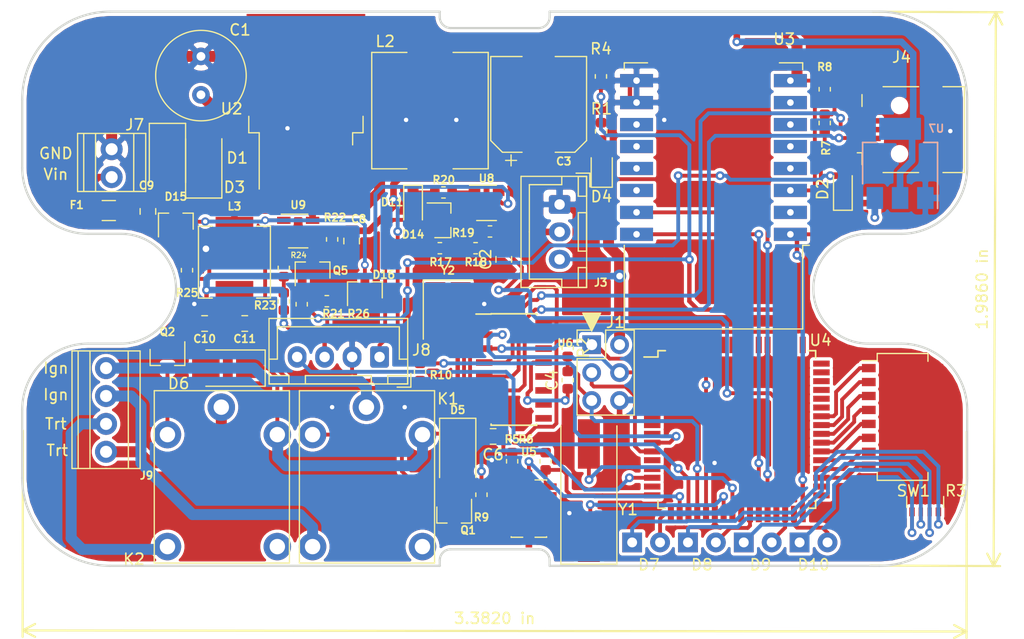
<source format=kicad_pcb>
(kicad_pcb (version 20171130) (host pcbnew "(5.1.4)-1")
  (layers (0 F.Cu signal) (31 B.Cu signal) (34 B.Paste user) (35 F.Paste user) (36 B.SilkS user) (37 F.SilkS user) (38 B.Mask user) (39 F.Mask user) (44 Edge.Cuts user))
  (net 0 "")
  (net 1 GND)
  (net 2 "Net-(C1-Pad1)")
  (net 3 /Speed)
  (net 4 +12V)
  (net 5 "Net-(C4-Pad1)")
  (net 6 /Rst)
  (net 7 +3V3)
  (net 8 "Net-(C9-Pad2)")
  (net 9 "Net-(C9-Pad1)")
  (net 10 /Fb)
  (net 11 "Net-(D1-Pad2)")
  (net 12 +5V)
  (net 13 "Net-(D2-Pad2)")
  (net 14 "Net-(D3-Pad1)")
  (net 15 "Net-(D4-Pad2)")
  (net 16 /Ig)
  (net 17 /Tr)
  (net 18 /Led1)
  (net 19 "Net-(D7-Pad1)")
  (net 20 /Led2)
  (net 21 "Net-(D8-Pad1)")
  (net 22 /Led3)
  (net 23 "Net-(D9-Pad1)")
  (net 24 /Led4)
  (net 25 "Net-(D10-Pad1)")
  (net 26 /Sp)
  (net 27 "Net-(D11-Pad2)")
  (net 28 "Net-(D14-Pad3)")
  (net 29 "Net-(F1-Pad2)")
  (net 30 /Mos)
  (net 31 /Sck)
  (net 32 /Mis)
  (net 33 /Data0)
  (net 34 "Net-(J4-Pad2)")
  (net 35 "Net-(J4-Pad3)")
  (net 36 "Net-(J4-Pad4)")
  (net 37 /Udar)
  (net 38 /Ig_NO1)
  (net 39 /Ig_NO2)
  (net 40 /Tr_NO2)
  (net 41 /Tr_NO1)
  (net 42 "Net-(K1-Pad4)")
  (net 43 "Net-(K2-Pad4)")
  (net 44 "Net-(Q1-Pad1)")
  (net 45 "Net-(Q2-Pad1)")
  (net 46 "Net-(Q5-Pad1)")
  (net 47 "Net-(Q5-Pad3)")
  (net 48 /SCL)
  (net 49 /SDA)
  (net 50 /Rst_wf)
  (net 51 "Net-(R8-Pad1)")
  (net 52 "Net-(R9-Pad1)")
  (net 53 "Net-(R10-Pad2)")
  (net 54 "Net-(R18-Pad1)")
  (net 55 "Net-(R23-Pad2)")
  (net 56 "Net-(SW1-Pad1)")
  (net 57 "Net-(SW1-Pad2)")
  (net 58 "Net-(SW1-Pad3)")
  (net 59 "Net-(SW1-Pad4)")
  (net 60 "Net-(SW1-Pad5)")
  (net 61 "Net-(SW1-Pad6)")
  (net 62 "Net-(SW1-Pad7)")
  (net 63 "Net-(SW1-Pad8)")
  (net 64 /TXD)
  (net 65 /RXD)
  (net 66 "Net-(U3-Pad20)")
  (net 67 "Net-(U3-Pad19)")
  (net 68 "Net-(U3-Pad18)")
  (net 69 "Net-(U3-Pad17)")
  (net 70 "Net-(U3-Pad14)")
  (net 71 "Net-(U3-Pad13)")
  (net 72 "Net-(U3-Pad12)")
  (net 73 "Net-(U3-Pad11)")
  (net 74 "Net-(U3-Pad10)")
  (net 75 "Net-(U3-Pad9)")
  (net 76 "Net-(U3-Pad7)")
  (net 77 "Net-(U3-Pad6)")
  (net 78 "Net-(U3-Pad5)")
  (net 79 "Net-(U3-Pad4)")
  (net 80 "Net-(U3-Pad2)")
  (net 81 "Net-(U4-Pad61)")
  (net 82 "Net-(U4-Pad60)")
  (net 83 "Net-(U4-Pad59)")
  (net 84 "Net-(U4-Pad58)")
  (net 85 "Net-(U4-Pad57)")
  (net 86 "Net-(U4-Pad56)")
  (net 87 "Net-(U4-Pad55)")
  (net 88 "Net-(U4-Pad54)")
  (net 89 "Net-(U4-Pad50)")
  (net 90 "Net-(U4-Pad49)")
  (net 91 "Net-(U4-Pad48)")
  (net 92 "Net-(U4-Pad47)")
  (net 93 "Net-(U4-Pad46)")
  (net 94 "Net-(U4-Pad45)")
  (net 95 "Net-(U4-Pad44)")
  (net 96 "Net-(U4-Pad43)")
  (net 97 "Net-(U4-Pad34)")
  (net 98 "Net-(U4-Pad33)")
  (net 99 "Net-(U4-Pad25)")
  (net 100 "Net-(U4-Pad24)")
  (net 101 "Net-(U4-Pad23)")
  (net 102 "Net-(U4-Pad15)")
  (net 103 "Net-(U4-Pad13)")
  (net 104 "Net-(U4-Pad12)")
  (net 105 "Net-(U4-Pad9)")
  (net 106 "Net-(U4-Pad8)")
  (net 107 "Net-(U4-Pad7)")
  (net 108 "Net-(U4-Pad6)")
  (net 109 "Net-(U4-Pad5)")
  (net 110 "Net-(U4-Pad4)")
  (net 111 "Net-(U4-Pad1)")
  (net 112 "Net-(U5-Pad8)")
  (net 113 "Net-(U5-Pad9)")
  (net 114 "Net-(U5-Pad12)")
  (net 115 "Net-(U6-Pad15)")
  (net 116 "Net-(U6-Pad14)")
  (net 117 "Net-(U6-Pad12)")
  (net 118 "Net-(U6-Pad11)")
  (net 119 "Net-(U6-Pad10)")
  (net 120 "Net-(U6-Pad9)")
  (net 121 "Net-(U6-Pad8)")
  (net 122 "Net-(U6-Pad7)")
  (module Resistor_SMD:R_0603_1608Metric (layer F.Cu) (at 43.0785 40.64 180)
    (fp_text reference R26 (at -2.8955 -1.143 180) (layer F.SilkS) (effects (font (size 0.7 0.7))))
    (fp_text value 10k)
    (pad 1 smd roundrect (at -0.7875 0 180) (size 0.875 0.95) (layers F.Cu F.Paste F.Mask) (net 1 GND))
    (pad 2 smd roundrect (at 0.7875 0 180) (size 0.875 0.95) (layers F.Cu F.Paste F.Mask) (net 46 "Net-(Q5-Pad1)"))
  )
  (module Resistor_SMD:R_0603_1608Metric (layer F.Cu) (at 30.353 37.8205 270)
    (fp_text reference R25 (at 2.0575 0) (layer F.SilkS) (effects (font (size 0.7 0.7))))
    (fp_text value 10k)
    (pad 1 smd roundrect (at -0.7875 0 270) (size 0.875 0.95) (layers F.Cu F.Paste F.Mask) (net 1 GND))
    (pad 2 smd roundrect (at 0.7875 0 270) (size 0.875 0.95) (layers F.Cu F.Paste F.Mask) (net 10 /Fb))
  )
  (module Resistor_SMD:R_0603_1608Metric (layer F.Cu) (at 39.163 37.6175 270)
    (fp_text reference R24 (at -1.1685 -1.35) (layer F.SilkS) (effects (font (size 0.5 0.5) (thickness 0.1))))
    (fp_text value 30k)
    (pad 2 smd roundrect (at 0.7875 0 270) (size 0.875 0.95) (layers F.Cu F.Paste F.Mask) (net 55 "Net-(R23-Pad2)"))
    (pad 1 smd roundrect (at -0.7875 0 270) (size 0.875 0.95) (layers F.Cu F.Paste F.Mask) (net 10 /Fb))
  )
  (module Resistor_SMD:R_0603_1608Metric (layer F.Cu) (at 39.163 40.6655 90)
    (fp_text reference R23 (at -0.3555 -1.698 180) (layer F.SilkS) (effects (font (size 0.7 0.7))))
    (fp_text value 1.6k)
    (pad 2 smd roundrect (at 0.7875 0 90) (size 0.875 0.95) (layers F.Cu F.Paste F.Mask) (net 55 "Net-(R23-Pad2)"))
    (pad 1 smd roundrect (at -0.7875 0 90) (size 0.875 0.95) (layers F.Cu F.Paste F.Mask) (net 7 +3V3))
  )
  (module Resistor_SMD:R_0603_1608Metric (layer F.Cu) (at 43.561 35.0115 270)
    (fp_text reference R22 (at -1.9915 -0.254) (layer F.SilkS) (effects (font (size 0.7 0.7))))
    (fp_text value 100k)
    (pad 2 smd roundrect (at 0.7875 0 270) (size 0.875 0.95) (layers F.Cu F.Paste F.Mask) (net 47 "Net-(Q5-Pad3)"))
    (pad 1 smd roundrect (at -0.7875 0 270) (size 0.875 0.95) (layers F.Cu F.Paste F.Mask) (net 4 +12V))
  )
  (module Resistor_SMD:R_0603_1608Metric (layer F.Cu) (at 40.7925 40.9195 270)
    (fp_text reference R21 (at 0.8635 -2.8955) (layer F.SilkS) (effects (font (size 0.7 0.7))))
    (fp_text value 360)
    (pad 1 smd roundrect (at -0.7875 0 270) (size 0.875 0.95) (layers F.Cu F.Paste F.Mask) (net 46 "Net-(Q5-Pad1)"))
    (pad 2 smd roundrect (at 0.7875 0 270) (size 0.875 0.95) (layers F.Cu F.Paste F.Mask) (net 12 +5V))
  )
  (module UBD:SOT-23 (layer F.Cu) (at 41.783 37.83 90)
    (fp_text reference Q5 (at -0.016 2.54 180) (layer F.SilkS) (effects (font (size 0.7 0.7))))
    (fp_text value BC817)
    (pad 1 smd rect (at -1 -0.95 90) (size 0.9 0.8) (layers F.Cu F.Paste F.Mask) (net 46 "Net-(Q5-Pad1)"))
    (pad 2 smd rect (at -1 0.95 90) (size 0.9 0.8) (layers F.Cu F.Paste F.Mask) (net 1 GND))
    (pad 3 smd rect (at 1 0 90) (size 0.9 0.8) (layers F.Cu F.Paste F.Mask) (net 47 "Net-(Q5-Pad3)"))
  )
  (module Diode_SMD:D_SOT-23_ANK (layer F.Cu) (at 46.543 39.64 90)
    (fp_text reference D16 (at 1.413 1.717 180) (layer F.SilkS) (effects (font (size 0.7 0.7))))
    (fp_text value "Диод Шоттки")
    (pad 1 smd rect (at 1 0 90) (size 0.9 0.8) (layers F.Cu F.Paste F.Mask) (net 8 "Net-(C9-Pad2)"))
    (pad "" smd rect (at -1 0.95 90) (size 0.9 0.8) (layers F.Cu F.Paste F.Mask))
    (pad 2 smd rect (at -1 -0.95 90) (size 0.9 0.8) (layers F.Cu F.Paste F.Mask) (net 7 +3V3))
  )
  (module Diode_SMD:D_SOT-23_ANK (layer F.Cu) (at 29.337 33.381011 90)
    (fp_text reference D15 (at 2.266011 0 180) (layer F.SilkS) (effects (font (size 0.7 0.7))))
    (fp_text value "Диод Шоттки")
    (pad 2 smd rect (at -1 -0.95 90) (size 0.9 0.8) (layers F.Cu F.Paste F.Mask) (net 1 GND))
    (pad "" smd rect (at -1 0.95 90) (size 0.9 0.8) (layers F.Cu F.Paste F.Mask))
    (pad 1 smd rect (at 1 0 90) (size 0.9 0.8) (layers F.Cu F.Paste F.Mask) (net 9 "Net-(C9-Pad1)"))
  )
  (module Capacitor_SMD:C_0805_2012Metric (layer F.Cu) (at 35.6085 42.672 180)
    (fp_text reference C11 (at 0 -1.397 180) (layer F.SilkS) (effects (font (size 0.7 0.7))))
    (fp_text value 1000pF)
    (pad 2 smd roundrect (at 0.9375 0 180) (size 0.975 1.4) (layers F.Cu F.Paste F.Mask) (net 7 +3V3))
    (pad 1 smd roundrect (at -0.9375 0 180) (size 0.975 1.4) (layers F.Cu F.Paste F.Mask) (net 10 /Fb))
  )
  (module Capacitor_SMD:C_0805_2012Metric (layer F.Cu) (at 31.9555 42.672)
    (fp_text reference C10 (at 0 1.397) (layer F.SilkS) (effects (font (size 0.7 0.7))))
    (fp_text value 22uF)
    (pad 1 smd roundrect (at -0.9375 0) (size 0.975 1.4) (layers F.Cu F.Paste F.Mask) (net 1 GND))
    (pad 2 smd roundrect (at 0.9375 0) (size 0.975 1.4) (layers F.Cu F.Paste F.Mask) (net 7 +3V3))
  )
  (module Capacitor_SMD:C_0805_2012Metric (layer F.Cu) (at 26.797 32.4635 270)
    (fp_text reference C9 (at -2.3645 0.127) (layer F.SilkS) (effects (font (size 0.7 0.7))))
    (fp_text value 0.01uF)
    (pad 2 smd roundrect (at 0.9375 0 270) (size 0.975 1.4) (layers F.Cu F.Paste F.Mask) (net 8 "Net-(C9-Pad2)"))
    (pad 1 smd roundrect (at -0.9375 0 270) (size 0.975 1.4) (layers F.Cu F.Paste F.Mask) (net 9 "Net-(C9-Pad1)"))
  )
  (module Capacitor_SMD:C_0805_2012Metric (layer F.Cu) (at 45.339 35.1615 90)
    (fp_text reference C8 (at 2.0145 0.635 180) (layer F.SilkS) (effects (font (size 0.7 0.7))))
    (fp_text value 10uF)
    (pad 1 smd roundrect (at -0.9375 0 90) (size 0.975 1.4) (layers F.Cu F.Paste F.Mask) (net 1 GND))
    (pad 2 smd roundrect (at 0.9375 0 90) (size 0.975 1.4) (layers F.Cu F.Paste F.Mask) (net 4 +12V))
  )
  (module Capacitor_SMD:C_0805_2012Metric (layer F.Cu) (at 58.2145 52.959 180)
    (fp_text reference C6 (at 0 -1.65 180) (layer F.SilkS))
    (fp_text value 1uF)
    (pad 2 smd roundrect (at 0.9375 0 180) (size 0.975 1.4) (layers F.Cu F.Paste F.Mask) (net 1 GND))
    (pad 1 smd roundrect (at -0.9375 0 180) (size 0.975 1.4) (layers F.Cu F.Paste F.Mask) (net 7 +3V3))
  )
  (module Diode_SMD:D_SMA (layer F.Cu) (at 34.068 46.736 180)
    (fp_text reference D6 (at 4.477 -1.397 180) (layer F.SilkS))
    (fp_text value "Диод Шоттки")
    (pad 2 smd rect (at 2 0 180) (size 2.5 1.8) (layers F.Cu F.Paste F.Mask) (net 17 /Tr))
    (pad 1 smd rect (at -2 0 180) (size 2.5 1.8) (layers F.Cu F.Paste F.Mask) (net 4 +12V))
  )
  (module UBD:SOT-23 (layer F.Cu) (at 28.575 45.736 270)
    (fp_text reference Q2 (at -2.302 0) (layer F.SilkS) (effects (font (size 0.7 0.7))))
    (fp_text value BC817)
    (pad 1 smd rect (at -1 -0.95 270) (size 0.9 0.8) (layers F.Cu F.Paste F.Mask) (net 45 "Net-(Q2-Pad1)"))
    (pad 2 smd rect (at -1 0.95 270) (size 0.9 0.8) (layers F.Cu F.Paste F.Mask) (net 1 GND))
    (pad 3 smd rect (at 1 0 270) (size 0.9 0.8) (layers F.Cu F.Paste F.Mask) (net 17 /Tr))
  )
  (module UBD:SOT-23 (layer F.Cu) (at 54.671 60.087 270)
    (fp_text reference Q1 (at 1.413 -1.27) (layer F.SilkS) (effects (font (size 0.7 0.7))))
    (fp_text value BC817)
    (pad 1 smd rect (at -1 -0.95 270) (size 0.9 0.8) (layers F.Cu F.Paste F.Mask) (net 44 "Net-(Q1-Pad1)"))
    (pad 2 smd rect (at -1 0.95 270) (size 0.9 0.8) (layers F.Cu F.Paste F.Mask) (net 1 GND))
    (pad 3 smd rect (at 1 0 270) (size 0.9 0.8) (layers F.Cu F.Paste F.Mask) (net 16 /Ig))
  )
  (module UBD:Crystal_SMD_3225-4Pin_3.2x2.5mm_HandSoldering (layer F.Cu) (at 54.109 41.402 270)
    (fp_text reference Y2 (at -3.556 0.007) (layer F.SilkS) (effects (font (size 0.7 0.7))))
    (fp_text value 12MHz)
    (pad 1 smd rect (at -1.45 1.15 270) (size 2.1 1.8) (layers F.Cu F.Paste F.Mask) (net 121 "Net-(U6-Pad8)"))
    (pad 3 smd rect (at 1.45 1.15 270) (size 2.1 1.8) (layers F.Cu F.Paste F.Mask))
    (pad 2 smd rect (at 1.45 -1.15 270) (size 2.1 1.8) (layers F.Cu F.Paste F.Mask) (net 122 "Net-(U6-Pad7)"))
    (pad 4 smd rect (at -1.45 -1.15 270) (size 2.1 1.8) (layers F.Cu F.Paste F.Mask))
  )
  (module Package_TO_SOT_SMD:SOT-23-5 (layer F.Cu) (at 57.615 31.684)
    (fp_text reference U8 (at 0 -2.225) (layer F.SilkS) (effects (font (size 0.7 0.7))))
    (fp_text value LMV321)
    (pad 5 smd rect (at 1.1 -0.95) (size 1.06 0.65) (layers F.Cu F.Paste F.Mask) (net 7 +3V3))
    (pad 4 smd rect (at 1.1 0.95) (size 1.06 0.65) (layers F.Cu F.Paste F.Mask) (net 3 /Speed))
    (pad 3 smd rect (at -1.1 0.95) (size 1.06 0.65) (layers F.Cu F.Paste F.Mask) (net 54 "Net-(R18-Pad1)"))
    (pad 2 smd rect (at -1.1 0) (size 1.06 0.65) (layers F.Cu F.Paste F.Mask) (net 1 GND))
    (pad 1 smd rect (at -1.1 -0.95) (size 1.06 0.65) (layers F.Cu F.Paste F.Mask) (net 28 "Net-(D14-Pad3)"))
  )
  (module Package_SO:SOIC-16_3.9x9.9mm_P1.27mm (layer F.Cu) (at 60.104 46.863)
    (fp_text reference U6 (at 4.666 -2.413) (layer F.SilkS) (effects (font (size 0.7 0.7))))
    (fp_text value CH340G)
    (pad 16 smd rect (at 2.7 -4.445) (size 1.5 0.6) (layers F.Cu F.Paste F.Mask) (net 7 +3V3))
    (pad 15 smd rect (at 2.7 -3.175) (size 1.5 0.6) (layers F.Cu F.Paste F.Mask) (net 115 "Net-(U6-Pad15)"))
    (pad 14 smd rect (at 2.7 -1.905) (size 1.5 0.6) (layers F.Cu F.Paste F.Mask) (net 116 "Net-(U6-Pad14)"))
    (pad 13 smd rect (at 2.7 -0.635) (size 1.5 0.6) (layers F.Cu F.Paste F.Mask) (net 5 "Net-(C4-Pad1)"))
    (pad 12 smd rect (at 2.7 0.635) (size 1.5 0.6) (layers F.Cu F.Paste F.Mask) (net 117 "Net-(U6-Pad12)"))
    (pad 11 smd rect (at 2.7 1.905) (size 1.5 0.6) (layers F.Cu F.Paste F.Mask) (net 118 "Net-(U6-Pad11)"))
    (pad 10 smd rect (at 2.7 3.175) (size 1.5 0.6) (layers F.Cu F.Paste F.Mask) (net 119 "Net-(U6-Pad10)"))
    (pad 9 smd rect (at 2.7 4.445) (size 1.5 0.6) (layers F.Cu F.Paste F.Mask) (net 120 "Net-(U6-Pad9)"))
    (pad 8 smd rect (at -2.7 4.445) (size 1.5 0.6) (layers F.Cu F.Paste F.Mask) (net 121 "Net-(U6-Pad8)"))
    (pad 7 smd rect (at -2.7 3.175) (size 1.5 0.6) (layers F.Cu F.Paste F.Mask) (net 122 "Net-(U6-Pad7)"))
    (pad 6 smd rect (at -2.7 1.905) (size 1.5 0.6) (layers F.Cu F.Paste F.Mask) (net 34 "Net-(J4-Pad2)"))
    (pad 5 smd rect (at -2.7 0.635) (size 1.5 0.6) (layers F.Cu F.Paste F.Mask) (net 35 "Net-(J4-Pad3)"))
    (pad 4 smd rect (at -2.7 -0.635) (size 1.5 0.6) (layers F.Cu F.Paste F.Mask) (net 7 +3V3))
    (pad 3 smd rect (at -2.7 -1.905) (size 1.5 0.6) (layers F.Cu F.Paste F.Mask) (net 32 /Mis))
    (pad 2 smd rect (at -2.7 -3.175) (size 1.5 0.6) (layers F.Cu F.Paste F.Mask) (net 30 /Mos))
    (pad 1 smd rect (at -2.7 -4.445) (size 1.5 0.6) (layers F.Cu F.Paste F.Mask) (net 1 GND))
  )
  (module UBD:LGA-14_3x5mm_P0.8mm_LayoutBorder1x6y (layer F.Cu) (at 61.468 59.531)
    (fp_text reference U5 (at 0 -5.175) (layer F.SilkS) (effects (font (size 0.7 0.7))))
    (fp_text value LIS302)
    (pad 1 smd rect (at -1.524 -2) (size 2 0.6) (layers F.Cu F.Paste F.Mask) (net 7 +3V3))
    (pad 2 smd rect (at -1.524 -1.2) (size 2 0.6) (layers F.Cu F.Paste F.Mask) (net 1 GND))
    (pad 3 smd rect (at -1.524 -0.4) (size 2 0.6) (layers F.Cu F.Paste F.Mask) (net 7 +3V3))
    (pad 4 smd rect (at -1.524 0.4) (size 2 0.6) (layers F.Cu F.Paste F.Mask) (net 1 GND))
    (pad 5 smd rect (at -1.524 1.2) (size 2 0.6) (layers F.Cu F.Paste F.Mask) (net 1 GND))
    (pad 6 smd rect (at -1.524 2) (size 2 0.6) (layers F.Cu F.Paste F.Mask) (net 7 +3V3))
    (pad 7 smd rect (at 0 2.54) (size 0.6 2) (layers F.Cu F.Paste F.Mask) (net 7 +3V3))
    (pad 8 smd rect (at 1.524 2) (size 2 0.6) (layers F.Cu F.Paste F.Mask) (net 112 "Net-(U5-Pad8)"))
    (pad 9 smd rect (at 1.524 1.2) (size 2 0.6) (layers F.Cu F.Paste F.Mask) (net 113 "Net-(U5-Pad9)"))
    (pad 10 smd rect (at 1.524 0.4) (size 2 0.6) (layers F.Cu F.Paste F.Mask) (net 1 GND))
    (pad 11 smd rect (at 1.524 -0.4) (size 2 0.6) (layers F.Cu F.Paste F.Mask) (net 1 GND))
    (pad 12 smd rect (at 1.524 -1.2) (size 2 0.6) (layers F.Cu F.Paste F.Mask) (net 114 "Net-(U5-Pad12)"))
    (pad 13 smd rect (at 1.524 -2) (size 2 0.6) (layers F.Cu F.Paste F.Mask) (net 49 /SDA))
    (pad 14 smd rect (at 0 -2.54) (size 0.6 2) (layers F.Cu F.Paste F.Mask) (net 48 /SCL))
  )
  (module Package_QFP:TQFP-64_14x14mm_P0.8mm (layer F.Cu) (at 80.391 52.324)
    (fp_text reference U4 (at 7.62 -8.128) (layer F.SilkS))
    (fp_text value ATmega128-16AU)
    (pad 64 smd rect (at -6 -7.7 90) (size 1.5 0.55) (layers F.Cu F.Paste F.Mask) (net 7 +3V3))
    (pad 63 smd rect (at -5.2 -7.7 90) (size 1.5 0.55) (layers F.Cu F.Paste F.Mask) (net 1 GND))
    (pad 62 smd rect (at -4.4 -7.7 90) (size 1.5 0.55) (layers F.Cu F.Paste F.Mask) (net 7 +3V3))
    (pad 61 smd rect (at -3.6 -7.7 90) (size 1.5 0.55) (layers F.Cu F.Paste F.Mask) (net 81 "Net-(U4-Pad61)"))
    (pad 60 smd rect (at -2.8 -7.7 90) (size 1.5 0.55) (layers F.Cu F.Paste F.Mask) (net 82 "Net-(U4-Pad60)"))
    (pad 59 smd rect (at -2 -7.7 90) (size 1.5 0.55) (layers F.Cu F.Paste F.Mask) (net 83 "Net-(U4-Pad59)"))
    (pad 58 smd rect (at -1.2 -7.7 90) (size 1.5 0.55) (layers F.Cu F.Paste F.Mask) (net 84 "Net-(U4-Pad58)"))
    (pad 57 smd rect (at -0.4 -7.7 90) (size 1.5 0.55) (layers F.Cu F.Paste F.Mask) (net 85 "Net-(U4-Pad57)"))
    (pad 56 smd rect (at 0.4 -7.7 90) (size 1.5 0.55) (layers F.Cu F.Paste F.Mask) (net 86 "Net-(U4-Pad56)"))
    (pad 55 smd rect (at 1.2 -7.7 90) (size 1.5 0.55) (layers F.Cu F.Paste F.Mask) (net 87 "Net-(U4-Pad55)"))
    (pad 54 smd rect (at 2 -7.7 90) (size 1.5 0.55) (layers F.Cu F.Paste F.Mask) (net 88 "Net-(U4-Pad54)"))
    (pad 53 smd rect (at 2.8 -7.7 90) (size 1.5 0.55) (layers F.Cu F.Paste F.Mask) (net 1 GND))
    (pad 52 smd rect (at 3.6 -7.7 90) (size 1.5 0.55) (layers F.Cu F.Paste F.Mask) (net 7 +3V3))
    (pad 51 smd rect (at 4.4 -7.7 90) (size 1.5 0.55) (layers F.Cu F.Paste F.Mask) (net 33 /Data0))
    (pad 50 smd rect (at 5.2 -7.7 90) (size 1.5 0.55) (layers F.Cu F.Paste F.Mask) (net 89 "Net-(U4-Pad50)"))
    (pad 49 smd rect (at 6 -7.7 90) (size 1.5 0.55) (layers F.Cu F.Paste F.Mask) (net 90 "Net-(U4-Pad49)"))
    (pad 48 smd rect (at 7.7 -6) (size 1.5 0.55) (layers F.Cu F.Paste F.Mask) (net 91 "Net-(U4-Pad48)"))
    (pad 47 smd rect (at 7.7 -5.2) (size 1.5 0.55) (layers F.Cu F.Paste F.Mask) (net 92 "Net-(U4-Pad47)"))
    (pad 46 smd rect (at 7.7 -4.4) (size 1.5 0.55) (layers F.Cu F.Paste F.Mask) (net 93 "Net-(U4-Pad46)"))
    (pad 45 smd rect (at 7.7 -3.6) (size 1.5 0.55) (layers F.Cu F.Paste F.Mask) (net 94 "Net-(U4-Pad45)"))
    (pad 44 smd rect (at 7.7 -2.8) (size 1.5 0.55) (layers F.Cu F.Paste F.Mask) (net 95 "Net-(U4-Pad44)"))
    (pad 43 smd rect (at 7.7 -2) (size 1.5 0.55) (layers F.Cu F.Paste F.Mask) (net 96 "Net-(U4-Pad43)"))
    (pad 42 smd rect (at 7.7 -1.2) (size 1.5 0.55) (layers F.Cu F.Paste F.Mask) (net 63 "Net-(SW1-Pad8)"))
    (pad 41 smd rect (at 7.7 -0.4) (size 1.5 0.55) (layers F.Cu F.Paste F.Mask) (net 62 "Net-(SW1-Pad7)"))
    (pad 40 smd rect (at 7.7 0.4) (size 1.5 0.55) (layers F.Cu F.Paste F.Mask) (net 61 "Net-(SW1-Pad6)"))
    (pad 39 smd rect (at 7.7 1.2) (size 1.5 0.55) (layers F.Cu F.Paste F.Mask) (net 60 "Net-(SW1-Pad5)"))
    (pad 38 smd rect (at 7.7 2) (size 1.5 0.55) (layers F.Cu F.Paste F.Mask) (net 59 "Net-(SW1-Pad4)"))
    (pad 37 smd rect (at 7.7 2.8) (size 1.5 0.55) (layers F.Cu F.Paste F.Mask) (net 58 "Net-(SW1-Pad3)"))
    (pad 36 smd rect (at 7.7 3.6) (size 1.5 0.55) (layers F.Cu F.Paste F.Mask) (net 57 "Net-(SW1-Pad2)"))
    (pad 35 smd rect (at 7.7 4.4) (size 1.5 0.55) (layers F.Cu F.Paste F.Mask) (net 56 "Net-(SW1-Pad1)"))
    (pad 34 smd rect (at 7.7 5.2) (size 1.5 0.55) (layers F.Cu F.Paste F.Mask) (net 97 "Net-(U4-Pad34)"))
    (pad 33 smd rect (at 7.7 6) (size 1.5 0.55) (layers F.Cu F.Paste F.Mask) (net 98 "Net-(U4-Pad33)"))
    (pad 32 smd rect (at 6 7.7 90) (size 1.5 0.55) (layers F.Cu F.Paste F.Mask) (net 50 /Rst_wf))
    (pad 31 smd rect (at 5.2 7.7 90) (size 1.5 0.55) (layers F.Cu F.Paste F.Mask) (net 24 /Led4))
    (pad 30 smd rect (at 4.4 7.7 90) (size 1.5 0.55) (layers F.Cu F.Paste F.Mask) (net 22 /Led3))
    (pad 29 smd rect (at 3.6 7.7 90) (size 1.5 0.55) (layers F.Cu F.Paste F.Mask) (net 3 /Speed))
    (pad 28 smd rect (at 2.8 7.7 90) (size 1.5 0.55) (layers F.Cu F.Paste F.Mask) (net 65 /RXD))
    (pad 27 smd rect (at 2 7.7 90) (size 1.5 0.55) (layers F.Cu F.Paste F.Mask) (net 64 /TXD))
    (pad 26 smd rect (at 1.2 7.7 90) (size 1.5 0.55) (layers F.Cu F.Paste F.Mask) (net 20 /Led2))
    (pad 25 smd rect (at 0.4 7.7 90) (size 1.5 0.55) (layers F.Cu F.Paste F.Mask) (net 99 "Net-(U4-Pad25)"))
    (pad 24 smd rect (at -0.4 7.7 90) (size 1.5 0.55) (layers F.Cu F.Paste F.Mask) (net 100 "Net-(U4-Pad24)"))
    (pad 23 smd rect (at -1.2 7.7 90) (size 1.5 0.55) (layers F.Cu F.Paste F.Mask) (net 101 "Net-(U4-Pad23)"))
    (pad 22 smd rect (at -2 7.7 90) (size 1.5 0.55) (layers F.Cu F.Paste F.Mask) (net 1 GND))
    (pad 21 smd rect (at -2.8 7.7 90) (size 1.5 0.55) (layers F.Cu F.Paste F.Mask) (net 7 +3V3))
    (pad 20 smd rect (at -3.6 7.7 90) (size 1.5 0.55) (layers F.Cu F.Paste F.Mask) (net 6 /Rst))
    (pad 19 smd rect (at -4.4 7.7 90) (size 1.5 0.55) (layers F.Cu F.Paste F.Mask) (net 37 /Udar))
    (pad 18 smd rect (at -5.2 7.7 90) (size 1.5 0.55) (layers F.Cu F.Paste F.Mask) (net 48 /SCL))
    (pad 17 smd rect (at -6 7.7 90) (size 1.5 0.55) (layers F.Cu F.Paste F.Mask) (net 18 /Led1))
    (pad 16 smd rect (at -7.7 6) (size 1.5 0.55) (layers F.Cu F.Paste F.Mask) (net 49 /SDA))
    (pad 15 smd rect (at -7.7 5.2) (size 1.5 0.55) (layers F.Cu F.Paste F.Mask) (net 102 "Net-(U4-Pad15)"))
    (pad 14 smd rect (at -7.7 4.4) (size 1.5 0.55) (layers F.Cu F.Paste F.Mask) (net 52 "Net-(R9-Pad1)"))
    (pad 13 smd rect (at -7.7 3.6) (size 1.5 0.55) (layers F.Cu F.Paste F.Mask) (net 103 "Net-(U4-Pad13)"))
    (pad 12 smd rect (at -7.7 2.8) (size 1.5 0.55) (layers F.Cu F.Paste F.Mask) (net 104 "Net-(U4-Pad12)"))
    (pad 11 smd rect (at -7.7 2) (size 1.5 0.55) (layers F.Cu F.Paste F.Mask) (net 31 /Sck))
    (pad 10 smd rect (at -7.7 1.2) (size 1.5 0.55) (layers F.Cu F.Paste F.Mask) (net 53 "Net-(R10-Pad2)"))
    (pad 9 smd rect (at -7.7 0.4) (size 1.5 0.55) (layers F.Cu F.Paste F.Mask) (net 105 "Net-(U4-Pad9)"))
    (pad 8 smd rect (at -7.7 -0.4) (size 1.5 0.55) (layers F.Cu F.Paste F.Mask) (net 106 "Net-(U4-Pad8)"))
    (pad 7 smd rect (at -7.7 -1.2) (size 1.5 0.55) (layers F.Cu F.Paste F.Mask) (net 107 "Net-(U4-Pad7)"))
    (pad 6 smd rect (at -7.7 -2) (size 1.5 0.55) (layers F.Cu F.Paste F.Mask) (net 108 "Net-(U4-Pad6)"))
    (pad 5 smd rect (at -7.7 -2.8) (size 1.5 0.55) (layers F.Cu F.Paste F.Mask) (net 109 "Net-(U4-Pad5)"))
    (pad 4 smd rect (at -7.7 -3.6) (size 1.5 0.55) (layers F.Cu F.Paste F.Mask) (net 110 "Net-(U4-Pad4)"))
    (pad 3 smd rect (at -7.7 -4.4) (size 1.5 0.55) (layers F.Cu F.Paste F.Mask) (net 32 /Mis))
    (pad 2 smd rect (at -7.7 -5.2) (size 1.5 0.55) (layers F.Cu F.Paste F.Mask) (net 30 /Mos))
    (pad 1 smd rect (at -7.7 -6) (size 1.5 0.55) (layers F.Cu F.Paste F.Mask) (net 111 "Net-(U4-Pad1)"))
  )
  (module Resistor_SMD:R_0603_1608Metric (layer F.Cu) (at 53.6955 30.734 180)
    (fp_text reference R20 (at -0.0255 1.143) (layer F.SilkS) (effects (font (size 0.7 0.7))))
    (fp_text value 100k)
    (pad 2 smd roundrect (at 0.7875 0 180) (size 0.875 0.95) (layers F.Cu F.Paste F.Mask) (net 27 "Net-(D11-Pad2)"))
    (pad 1 smd roundrect (at -0.7875 0 180) (size 0.875 0.95) (layers F.Cu F.Paste F.Mask) (net 28 "Net-(D14-Pad3)"))
  )
  (module Resistor_SMD:R_0603_1608Metric (layer F.Cu) (at 57.9275 34.29 180)
    (fp_text reference R19 (at 2.4285 -0.127 180) (layer F.SilkS) (effects (font (size 0.7 0.7))))
    (fp_text value 22k)
    (pad 1 smd roundrect (at -0.7875 0 180) (size 0.875 0.95) (layers F.Cu F.Paste F.Mask) (net 3 /Speed))
    (pad 2 smd roundrect (at 0.7875 0 180) (size 0.875 0.95) (layers F.Cu F.Paste F.Mask) (net 54 "Net-(R18-Pad1)"))
  )
  (module Resistor_SMD:R_0603_1608Metric (layer F.Cu) (at 56.6165 35.814 180)
    (fp_text reference R18 (at -0.0255 -1.27 180) (layer F.SilkS) (effects (font (size 0.7 0.7))))
    (fp_text value 1k)
    (pad 1 smd roundrect (at -0.7875 0 180) (size 0.875 0.95) (layers F.Cu F.Paste F.Mask) (net 54 "Net-(R18-Pad1)"))
    (pad 2 smd roundrect (at 0.7875 0 180) (size 0.875 0.95) (layers F.Cu F.Paste F.Mask) (net 1 GND))
  )
  (module Resistor_SMD:R_0603_1608Metric (layer F.Cu) (at 53.3655 35.814 180)
    (fp_text reference R17 (at -0.0695 -1.27 180) (layer F.SilkS) (effects (font (size 0.7 0.7))))
    (fp_text value 100k)
    (pad 1 smd roundrect (at -0.7875 0 180) (size 0.875 0.95) (layers F.Cu F.Paste F.Mask) (net 28 "Net-(D14-Pad3)"))
    (pad 2 smd roundrect (at 0.7875 0 180) (size 0.875 0.95) (layers F.Cu F.Paste F.Mask) (net 1 GND))
  )
  (module Resistor_SMD:R_0603_1608Metric (layer F.Cu) (at 51.562 47.0915 90)
    (fp_text reference R10 (at -0.2795 1.905 180) (layer F.SilkS) (effects (font (size 0.7 0.7))))
    (fp_text value 360)
    (pad 2 smd roundrect (at 0.7875 0 90) (size 0.875 0.95) (layers F.Cu F.Paste F.Mask) (net 53 "Net-(R10-Pad2)"))
    (pad 1 smd roundrect (at -0.7875 0 90) (size 0.875 0.95) (layers F.Cu F.Paste F.Mask) (net 45 "Net-(Q2-Pad1)"))
  )
  (module Resistor_SMD:R_0603_1608Metric (layer F.Cu) (at 57.15 58.2675 270)
    (fp_text reference R9 (at 2.0575 0) (layer F.SilkS) (effects (font (size 0.7 0.7))))
    (fp_text value 360)
    (pad 2 smd roundrect (at 0.7875 0 270) (size 0.875 0.95) (layers F.Cu F.Paste F.Mask) (net 44 "Net-(Q1-Pad1)"))
    (pad 1 smd roundrect (at -0.7875 0 270) (size 0.875 0.95) (layers F.Cu F.Paste F.Mask) (net 52 "Net-(R9-Pad1)"))
  )
  (module UBD:JST_XH_B4B-XH-A_1x04_P2.50mm_Vertical (layer F.Cu) (at 47.879 45.72 180)
    (fp_text reference J8 (at -3.81 0.635) (layer F.SilkS))
    (fp_text value Удар)
    (pad 4 thru_hole oval (at 7.5 0 180) (size 1.7 1.95) (drill 0.95) (layers *.Cu *.Mask) (net 37 /Udar))
    (pad 3 thru_hole oval (at 5 0 180) (size 1.7 1.95) (drill 0.95) (layers *.Cu *.Mask) (net 7 +3V3))
    (pad 2 thru_hole oval (at 2.5 0 180) (size 1.7 1.95) (drill 0.95) (layers *.Cu *.Mask) (net 1 GND))
    (pad 1 thru_hole roundrect (at 0 0 180) (size 1.7 1.95) (drill 0.95) (layers *.Cu *.Mask) (roundrect_rratio 0.147059) (net 26 /Sp))
  )
  (module UBD:TSOT-23-6 (layer F.Cu) (at 40.473 34.224)
    (fp_text reference U9 (at 0 -2.347) (layer F.SilkS) (effects (font (size 0.7 0.7))))
    (fp_text value LM2734Y)
    (pad 6 smd rect (at 1.31 -0.95) (size 1.22 0.65) (layers F.Cu F.Paste F.Mask) (net 9 "Net-(C9-Pad1)"))
    (pad 5 smd rect (at 1.31 0) (size 1.22 0.65) (layers F.Cu F.Paste F.Mask) (net 4 +12V))
    (pad 4 smd rect (at 1.31 0.95) (size 1.22 0.65) (layers F.Cu F.Paste F.Mask) (net 47 "Net-(Q5-Pad3)"))
    (pad 3 smd rect (at -1.31 0.95) (size 1.22 0.65) (layers F.Cu F.Paste F.Mask) (net 10 /Fb))
    (pad 2 smd rect (at -1.31 0) (size 1.22 0.65) (layers F.Cu F.Paste F.Mask) (net 1 GND))
    (pad 1 smd rect (at -1.31 -0.95) (size 1.22 0.65) (layers F.Cu F.Paste F.Mask) (net 8 "Net-(C9-Pad2)"))
  )
  (module Diode_SMD:D_SMA (layer F.Cu) (at 54.991 54.705 270)
    (fp_text reference D5 (at -4.159 0) (layer F.SilkS) (effects (font (size 0.7 0.7))))
    (fp_text value "Диод Шоттки")
    (pad 1 smd rect (at -2 0 270) (size 2.5 1.8) (layers F.Cu F.Paste F.Mask) (net 4 +12V))
    (pad 2 smd rect (at 2 0 270) (size 2.5 1.8) (layers F.Cu F.Paste F.Mask) (net 16 /Ig))
  )
  (module UBD:L_Vishay_IHLP-2525 (layer F.Cu) (at 34.671 37.084 270)
    (fp_text reference L3 (at -5.08 0) (layer F.SilkS) (effects (font (size 0.7 0.7))))
    (fp_text value 10uH)
    (pad 2 smd rect (at 2.921 0 270) (size 2.413 3.429) (layers F.Cu F.Paste F.Mask) (net 7 +3V3))
    (pad 1 smd rect (at -2.921 0 270) (size 2.413 3.429) (layers F.Cu F.Paste F.Mask) (net 9 "Net-(C9-Pad1)"))
  )
  (module Resistor_SMD:R_1206_3216Metric (layer F.Cu) (at 23.238 32.385 180)
    (fp_text reference F1 (at 2.924 0.508 180) (layer F.SilkS) (effects (font (size 0.7 0.7))))
    (fp_text value Fuse)
    (pad 2 smd roundrect (at 1.4 0 180) (size 1.25 1.75) (layers F.Cu F.Paste F.Mask) (roundrect_rratio 0.2) (net 29 "Net-(F1-Pad2)"))
    (pad 1 smd roundrect (at -1.4 0 180) (size 1.25 1.75) (layers F.Cu F.Paste F.Mask) (roundrect_rratio 0.2) (net 11 "Net-(D1-Pad2)"))
  )
  (module Diode_SMD:D_SMA (layer F.Cu) (at 28.575 27.845 270)
    (fp_text reference D1 (at -0.254 -6.35) (layer F.SilkS))
    (fp_text value "Диод Шоттки")
    (pad 2 smd rect (at 2 0 270) (size 2.5 1.8) (layers F.Cu F.Paste F.Mask) (net 11 "Net-(D1-Pad2)"))
    (pad 1 smd rect (at -2 0 270) (size 2.5 1.8) (layers F.Cu F.Paste F.Mask) (net 2 "Net-(C1-Pad1)"))
  )
  (module UBD:L_10.4x10.4_H4.8 (layer F.Cu) (at 52.467 23.282 90)
    (fp_text reference L2 (at 6.309 -4.08 180) (layer F.SilkS))
    (fp_text value 2200)
    (pad 1 smd rect (at -4.15 0 90) (size 2.7 3.6) (layers F.Cu F.Paste F.Mask) (net 14 "Net-(D3-Pad1)"))
    (pad 2 smd rect (at 4.15 0 90) (size 2.7 3.6) (layers F.Cu F.Paste F.Mask) (net 4 +12V))
  )
  (module UBD:Crystal_SMD_HC49-SD (layer F.Cu) (at 66.929 57.8948 90)
    (fp_text reference Y1 (at -1.719 3.556 180) (layer F.SilkS))
    (fp_text value 14.7456MHz)
    (pad 2 smd rect (at 4.25 0 90) (size 4.5 2) (layers F.Cu F.Paste F.Mask) (net 100 "Net-(U4-Pad24)"))
    (pad 1 smd rect (at -4.25 0 90) (size 4.5 2) (layers F.Cu F.Paste F.Mask) (net 101 "Net-(U4-Pad23)"))
  )
  (module UBD:DG_308_2 (layer F.Cu) (at 26.035 24.257)
    (fp_text reference J7 (at -0.4445 0.3175) (layer F.SilkS))
    (fp_text value Conn_01x02)
    (pad 2 thru_hole circle (at -2.54 5.08) (size 2 2) (drill 1.1) (layers *.Cu *.Mask) (net 29 "Net-(F1-Pad2)"))
    (pad 1 thru_hole circle (at -2.54 2.54) (size 2 2) (drill 1.1) (layers *.Cu *.Mask) (net 1 GND))
  )
  (module Resistor_SMD:R_0603_1608Metric (layer F.Cu) (at 62.992 55.2195 270)
    (fp_text reference R6 (at -2.0065 1.778) (layer F.SilkS) (effects (font (size 0.7 0.7))))
    (fp_text value 10k)
    (pad 2 smd roundrect (at 0.7875 0 270) (size 0.875 0.95) (layers F.Cu F.Paste F.Mask) (net 49 /SDA))
    (pad 1 smd roundrect (at -0.7875 0 270) (size 0.875 0.95) (layers F.Cu F.Paste F.Mask) (net 7 +3V3))
  )
  (module UBD:LED_D3.0mm_Horizontal_O1.27mm_Z2.0mm (layer F.Cu) (at 81.026 62.611)
    (fp_text reference D9 (at 1.524 2.032) (layer F.SilkS))
    (fp_text value "Светодиод зелёный")
    (pad 2 thru_hole circle (at 2.54 0) (size 1.8 1.8) (drill 0.9) (layers *.Cu *.Mask) (net 22 /Led3))
    (pad 1 thru_hole rect (at 0 0) (size 1.8 1.8) (drill 0.9) (layers *.Cu *.Mask) (net 23 "Net-(D9-Pad1)"))
  )
  (module UBD:LED_D3.0mm_Horizontal_O1.27mm_Z2.0mm (layer F.Cu) (at 75.946 62.611)
    (fp_text reference D8 (at 1.27 2.032) (layer F.SilkS))
    (fp_text value "Светодиод жёлтый")
    (pad 2 thru_hole circle (at 2.54 0) (size 1.8 1.8) (drill 0.9) (layers *.Cu *.Mask) (net 20 /Led2))
    (pad 1 thru_hole rect (at 0 0) (size 1.8 1.8) (drill 0.9) (layers *.Cu *.Mask) (net 21 "Net-(D8-Pad1)"))
  )
  (module UBD:LED_D3.0mm_Horizontal_O1.27mm_Z2.0mm (layer F.Cu) (at 70.866 62.611)
    (fp_text reference D7 (at 1.524 2.032) (layer F.SilkS))
    (fp_text value "Светодиод красный")
    (pad 2 thru_hole circle (at 2.54 0) (size 1.8 1.8) (drill 0.9) (layers *.Cu *.Mask) (net 18 /Led1))
    (pad 1 thru_hole rect (at 0 0) (size 1.8 1.8) (drill 0.9) (layers *.Cu *.Mask) (net 19 "Net-(D7-Pad1)"))
  )
  (module UBD:LED_D3.0mm_Horizontal_O1.27mm_Z2.0mm (layer F.Cu) (at 86.106 62.611)
    (fp_text reference D10 (at 1.27 2.032) (layer F.SilkS))
    (fp_text value "Светодиод синий")
    (pad 2 thru_hole circle (at 2.54 0) (size 1.8 1.8) (drill 0.9) (layers *.Cu *.Mask) (net 24 /Led4))
    (pad 1 thru_hole rect (at 0 0) (size 1.8 1.8) (drill 0.9) (layers *.Cu *.Mask) (net 25 "Net-(D10-Pad1)"))
  )
  (module Capacitor_SMD:C_0805_2012Metric (layer F.Cu) (at 59.182 36.83 90)
    (fp_text reference C2 (at 0 -1.65 90) (layer F.SilkS))
    (fp_text value 1000pF)
    (pad 1 smd roundrect (at -0.9375 0 90) (size 0.975 1.4) (layers F.Cu F.Paste F.Mask) (net 1 GND))
    (pad 2 smd roundrect (at 0.9375 0 90) (size 0.975 1.4) (layers F.Cu F.Paste F.Mask) (net 3 /Speed))
  )
  (module UBD:D_SOD-323_HandSoldering (layer F.Cu) (at 90.043 30.46 90)
    (fp_text reference D2 (at 0 -1.85 90) (layer F.SilkS))
    (fp_text value BAS321)
    (pad 1 smd rect (at 1.25 0 90) (size 1 1) (layers F.Cu F.Paste F.Mask) (net 12 +5V))
    (pad 2 smd rect (at -1.25 0 90) (size 1 1) (layers F.Cu F.Paste F.Mask) (net 13 "Net-(D2-Pad2)"))
  )
  (module Resistor_SMD:R_0603_1608Metric (layer F.Cu) (at 88.392 21.3375 90)
    (fp_text reference R8 (at 2.0335 0) (layer F.SilkS) (effects (font (size 0.7 0.7))))
    (fp_text value 10k)
    (pad 1 smd roundrect (at -0.7875 0 90) (size 0.875 0.95) (layers F.Cu F.Paste F.Mask) (net 51 "Net-(R8-Pad1)"))
    (pad 2 smd roundrect (at 0.7875 0 90) (size 0.875 0.95) (layers F.Cu F.Paste F.Mask) (net 7 +3V3))
  )
  (module Resistor_SMD:R_0603_1608Metric (layer F.Cu) (at 88.392001 24.4095 90)
    (fp_text reference R7 (at -2.286 0.127 90) (layer F.SilkS) (effects (font (size 0.7 0.7))))
    (fp_text value 10k)
    (pad 2 smd roundrect (at 0.7875 0 90) (size 0.875 0.95) (layers F.Cu F.Paste F.Mask) (net 7 +3V3))
    (pad 1 smd roundrect (at -0.7875 0 90) (size 0.875 0.95) (layers F.Cu F.Paste F.Mask) (net 50 /Rst_wf))
  )
  (module Resistor_SMD:R_0603_1608Metric (layer F.Cu) (at 59.944 55.2195 270)
    (fp_text reference R5 (at -2.0065 0) (layer F.SilkS) (effects (font (size 0.7 0.7))))
    (fp_text value 10k)
    (pad 1 smd roundrect (at -0.7875 0 270) (size 0.875 0.95) (layers F.Cu F.Paste F.Mask) (net 7 +3V3))
    (pad 2 smd roundrect (at 0.7875 0 270) (size 0.875 0.95) (layers F.Cu F.Paste F.Mask) (net 48 /SCL))
  )
  (module Resistor_SMD:R_0603_1608Metric (layer F.Cu) (at 68.025 20.1675 270)
    (fp_text reference R4 (at -2.5145 0) (layer F.SilkS))
    (fp_text value 10k)
    (pad 2 smd roundrect (at 0.7875 0 270) (size 0.875 0.95) (layers F.Cu F.Paste F.Mask) (net 33 /Data0))
    (pad 1 smd roundrect (at -0.7875 0 270) (size 0.875 0.95) (layers F.Cu F.Paste F.Mask) (net 7 +3V3))
  )
  (module Resistor_SMD:R_Array_Convex_4x0603 (layer F.Cu) (at 97.536 58.928 90)
    (fp_text reference R3 (at 1.016 2.794 180) (layer F.SilkS))
    (fp_text value 330)
    (pad 5 smd rect (at 0.9 1.2 90) (size 0.8 0.5) (layers F.Cu F.Paste F.Mask) (net 1 GND))
    (pad 6 smd rect (at 0.9 0.4 90) (size 0.8 0.4) (layers F.Cu F.Paste F.Mask) (net 1 GND))
    (pad 8 smd rect (at 0.9 -1.2 90) (size 0.8 0.5) (layers F.Cu F.Paste F.Mask) (net 1 GND))
    (pad 7 smd rect (at 0.9 -0.4 90) (size 0.8 0.4) (layers F.Cu F.Paste F.Mask) (net 1 GND))
    (pad 4 smd rect (at -0.9 1.2 90) (size 0.8 0.5) (layers F.Cu F.Paste F.Mask) (net 19 "Net-(D7-Pad1)"))
    (pad 2 smd rect (at -0.9 -0.4 90) (size 0.8 0.4) (layers F.Cu F.Paste F.Mask) (net 23 "Net-(D9-Pad1)"))
    (pad 3 smd rect (at -0.9 0.4 90) (size 0.8 0.4) (layers F.Cu F.Paste F.Mask) (net 21 "Net-(D8-Pad1)"))
    (pad 1 smd rect (at -0.9 -1.2 90) (size 0.8 0.5) (layers F.Cu F.Paste F.Mask) (net 25 "Net-(D10-Pad1)"))
  )
  (module Resistor_SMD:R_0603_1608Metric (layer F.Cu) (at 68.042 25.1715 90)
    (fp_text reference R1 (at 2.0575 0.03 180) (layer F.SilkS))
    (fp_text value 360)
    (pad 1 smd roundrect (at -0.7875 0 90) (size 0.875 0.95) (layers F.Cu F.Paste F.Mask) (net 15 "Net-(D4-Pad2)"))
    (pad 2 smd roundrect (at 0.7875 0 90) (size 0.875 0.95) (layers F.Cu F.Paste F.Mask) (net 7 +3V3))
  )
  (module UBD:JST_XH_B3B-XH-A_1x03_P2.50mm_Vertical (layer F.Cu) (at 64.262 31.83 270)
    (fp_text reference J3 (at 7.112 -3.7465) (layer F.SilkS) (effects (font (size 0.7 0.7))))
    (fp_text value Считыватель)
    (pad 1 thru_hole roundrect (at 0 0 270) (size 1.7 1.95) (drill 0.95) (layers *.Cu *.Mask) (roundrect_rratio 0.147059) (net 1 GND))
    (pad 2 thru_hole oval (at 2.5 0 270) (size 1.7 1.95) (drill 0.95) (layers *.Cu *.Mask) (net 4 +12V))
    (pad 3 thru_hole oval (at 5 0 270) (size 1.7 1.95) (drill 0.95) (layers *.Cu *.Mask) (net 33 /Data0))
  )
  (module LED_SMD:LED_0805_2012Metric (layer F.Cu) (at 68.0974 28.5773 90)
    (fp_text reference D4 (at -2.5377 -0.0254 180) (layer F.SilkS))
    (fp_text value LED)
    (pad 2 smd roundrect (at 0.9375 0 90) (size 0.975 1.4) (layers F.Cu F.Paste F.Mask) (net 15 "Net-(D4-Pad2)"))
    (pad 1 smd roundrect (at -0.9375 0 90) (size 0.975 1.4) (layers F.Cu F.Paste F.Mask) (net 1 GND))
  )
  (module Diode_SMD:D_SMA (layer F.Cu) (at 31.877 27.845 90)
    (fp_text reference D3 (at -2.413 2.794 180) (layer F.SilkS))
    (fp_text value "Диод Шоттки")
    (pad 1 smd rect (at -2 0 90) (size 2.5 1.8) (layers F.Cu F.Paste F.Mask) (net 14 "Net-(D3-Pad1)"))
    (pad 2 smd rect (at 2 0 90) (size 2.5 1.8) (layers F.Cu F.Paste F.Mask) (net 1 GND))
  )
  (module Capacitor_SMD:CP_Elec_8x10.5 (layer F.Cu) (at 62.357 22.716 90)
    (fp_text reference C3 (at -5.19 2.286) (layer F.SilkS) (effects (font (size 0.7 0.7))))
    (fp_text value 220uF)
    (pad 1 smd roundrect (at -3.7 0 90) (size 4.4 2.5) (layers F.Cu F.Paste F.Mask) (roundrect_rratio 0.1) (net 4 +12V))
    (pad 2 smd roundrect (at 3.7 0 90) (size 4.4 2.5) (layers F.Cu F.Paste F.Mask) (roundrect_rratio 0.1) (net 1 GND))
  )
  (module Capacitor_THT:C_Radial_D8.0mm_H11.5mm_P3.50mm (layer F.Cu) (at 31.623 21.844 90)
    (fp_text reference C1 (at 5.913 3.556 180) (layer F.SilkS))
    (fp_text value 100uF)
    (pad 2 thru_hole circle (at 3.5 0 90) (size 1.6 1.6) (drill 0.8) (layers *.Cu *.Mask) (net 1 GND))
    (pad 1 thru_hole circle (at 0 0 90) (size 1.6 1.6) (drill 0.8) (layers *.Cu *.Mask) (net 2 "Net-(C1-Pad1)"))
  )
  (module UBD:SW_DIP_SPSTx08_Slide_Omron_A6H-8101_W6.15mm_P1.27mm (layer F.Cu) (at 95.477 51.181)
    (fp_text reference SW1 (at 0.989 6.731) (layer F.SilkS))
    (fp_text value "Выбор адреса")
    (pad 16 smd rect (at 3.075 -4.445) (size 1.25 0.76) (layers F.Cu F.Paste F.Mask) (net 1 GND))
    (pad 1 smd rect (at -3.075 4.445) (size 1.25 0.76) (layers F.Cu F.Paste F.Mask) (net 56 "Net-(SW1-Pad1)"))
    (pad 15 smd rect (at 3.075 -3.175) (size 1.25 0.76) (layers F.Cu F.Paste F.Mask) (net 1 GND))
    (pad 2 smd rect (at -3.075 3.175) (size 1.25 0.76) (layers F.Cu F.Paste F.Mask) (net 57 "Net-(SW1-Pad2)"))
    (pad 14 smd rect (at 3.075 -1.905) (size 1.25 0.76) (layers F.Cu F.Paste F.Mask) (net 1 GND))
    (pad 3 smd rect (at -3.075 1.905) (size 1.25 0.76) (layers F.Cu F.Paste F.Mask) (net 58 "Net-(SW1-Pad3)"))
    (pad 13 smd rect (at 3.075 -0.635) (size 1.25 0.76) (layers F.Cu F.Paste F.Mask) (net 1 GND))
    (pad 4 smd rect (at -3.075 0.635) (size 1.25 0.76) (layers F.Cu F.Paste F.Mask) (net 59 "Net-(SW1-Pad4)"))
    (pad 12 smd rect (at 3.075 0.635) (size 1.25 0.76) (layers F.Cu F.Paste F.Mask) (net 1 GND))
    (pad 5 smd rect (at -3.075 -0.635) (size 1.25 0.76) (layers F.Cu F.Paste F.Mask) (net 60 "Net-(SW1-Pad5)"))
    (pad 11 smd rect (at 3.075 1.905) (size 1.25 0.76) (layers F.Cu F.Paste F.Mask) (net 1 GND))
    (pad 6 smd rect (at -3.075 -1.905) (size 1.25 0.76) (layers F.Cu F.Paste F.Mask) (net 61 "Net-(SW1-Pad6)"))
    (pad 10 smd rect (at 3.075 3.175) (size 1.25 0.76) (layers F.Cu F.Paste F.Mask) (net 1 GND))
    (pad 7 smd rect (at -3.075 -3.175) (size 1.25 0.76) (layers F.Cu F.Paste F.Mask) (net 62 "Net-(SW1-Pad7)"))
    (pad 9 smd rect (at 3.075 4.445) (size 1.25 0.76) (layers F.Cu F.Paste F.Mask) (net 1 GND))
    (pad 8 smd rect (at -3.075 -4.445) (size 1.25 0.76) (layers F.Cu F.Paste F.Mask) (net 63 "Net-(SW1-Pad8)"))
  )
  (module UBD:PinHeader_2x03_P2.54mm_Vertical (layer F.Cu) (at 67.183 44.6024)
    (fp_text reference J1 (at 2.159 -2.032) (layer F.SilkS))
    (fp_text value "Для программирования")
    (pad 4 thru_hole oval (at 2.54 5.08) (size 1.7 1.7) (drill 1) (layers *.Cu *.Mask) (net 1 GND))
    (pad 3 thru_hole oval (at 0 5.08) (size 1.7 1.7) (drill 1) (layers *.Cu *.Mask) (net 6 /Rst))
    (pad 5 thru_hole oval (at 2.54 2.54) (size 1.7 1.7) (drill 1) (layers *.Cu *.Mask) (net 30 /Mos))
    (pad 2 thru_hole oval (at 0 2.54) (size 1.7 1.7) (drill 1) (layers *.Cu *.Mask) (net 31 /Sck))
    (pad 6 thru_hole oval (at 2.54 0) (size 1.7 1.7) (drill 1) (layers *.Cu *.Mask) (net 7 +3V3))
    (pad 1 thru_hole rect (at 0 0) (size 1.7 1.7) (drill 1) (layers *.Cu *.Mask) (net 32 /Mis))
  )
  (module UBD:DG_308_4 (layer F.Cu) (at 25.527 44.196)
    (fp_text reference J9 (at 1.143 12.319) (layer F.SilkS) (effects (font (size 0.7 0.7))))
    (fp_text value Conn_01x04)
    (pad 1 thru_hole circle (at -2.54 2.54) (size 2 2) (drill 1.1) (layers *.Cu *.Mask) (net 38 /Ig_NO1))
    (pad 2 thru_hole circle (at -2.54 5.08) (size 2 2) (drill 1.1) (layers *.Cu *.Mask) (net 39 /Ig_NO2))
    (pad 3 thru_hole circle (at -2.54 7.62) (size 2 2) (drill 1.1) (layers *.Cu *.Mask) (net 40 /Tr_NO2))
    (pad 4 thru_hole circle (at -2.54 10.16) (size 2 2) (drill 1.1) (layers *.Cu *.Mask) (net 41 /Tr_NO1))
  )
  (module UBD:D_SOD-323_HandSoldering (layer F.Cu) (at 50.927 31.984 270)
    (fp_text reference D11 (at -0.361 1.905 180) (layer F.SilkS) (effects (font (size 0.7 0.7))))
    (fp_text value BAS321)
    (pad 1 smd rect (at 1.25 0 270) (size 1 1) (layers F.Cu F.Paste F.Mask) (net 26 /Sp))
    (pad 2 smd rect (at -1.25 0 270) (size 1 1) (layers F.Cu F.Paste F.Mask) (net 27 "Net-(D11-Pad2)"))
  )
  (module Package_TO_SOT_SMD:SOT-23 (layer F.Cu) (at 53.61 33.274)
    (fp_text reference D14 (at -2.683 1.286 180) (layer F.SilkS) (effects (font (size 0.7 0.7))))
    (fp_text value AZ23C3V3)
    (pad 1 smd rect (at -1 -0.95) (size 0.9 0.8) (layers F.Cu F.Paste F.Mask) (net 1 GND))
    (pad 2 smd rect (at -1 0.95) (size 0.9 0.8) (layers F.Cu F.Paste F.Mask) (net 1 GND))
    (pad 3 smd rect (at 1 0) (size 0.9 0.8) (layers F.Cu F.Paste F.Mask) (net 28 "Net-(D14-Pad3)"))
  )
  (module UBD:Relay_NRP-18 (layer F.Cu) (at 51.783 52.192 270)
    (fp_text reference K1 (at -2.662 -2.319) (layer F.SilkS))
    (fp_text value NRP-18)
    (pad 4 thru_hole circle (at 10.8 0 270) (size 2.5 2.5) (drill 1.4) (layers *.Cu *.Mask) (net 42 "Net-(K1-Pad4)"))
    (pad 3 thru_hole circle (at 10.8 10 270) (size 2.5 2.5) (drill 1.4) (layers *.Cu *.Mask) (net 39 /Ig_NO2))
    (pad 5 thru_hole circle (at 0.6 10 270) (size 2.5 2.5) (drill 1.4) (layers *.Cu *.Mask) (net 16 /Ig))
    (pad 2 thru_hole circle (at 0.6 0 270) (size 2.5 2.5) (drill 1.4) (layers *.Cu *.Mask) (net 4 +12V))
    (pad 1 thru_hole circle (at -1.9 5.1 270) (size 2.5 2.5) (drill 1.4) (layers *.Cu *.Mask) (net 38 /Ig_NO1))
  )
  (module Package_TO_SOT_SMD:TO-263-5_TabPin3 (layer F.Cu) (at 41.177 22.352 90)
    (fp_text reference U2 (at -0.762 -6.76) (layer F.SilkS))
    (fp_text value LM2576HVS-12)
    (pad 3 smd rect (at 3.375 0 90) (size 9 10.8) (layers F.Cu F.Mask) (net 1 GND))
    (pad 5 smd rect (at -5.775 3.4 90) (size 4.6 1.1) (layers F.Cu F.Paste F.Mask) (net 1 GND))
    (pad 4 smd rect (at -5.775 1.7 90) (size 4.6 1.1) (layers F.Cu F.Paste F.Mask) (net 4 +12V))
    (pad 3 smd rect (at -5.775 0 90) (size 4.6 1.1) (layers F.Cu F.Paste F.Mask) (net 1 GND))
    (pad 2 smd rect (at -5.775 -1.7 90) (size 4.6 1.1) (layers F.Cu F.Paste F.Mask) (net 14 "Net-(D3-Pad1)"))
    (pad 1 smd rect (at -5.775 -3.4 90) (size 4.6 1.1) (layers F.Cu F.Paste F.Mask) (net 2 "Net-(C1-Pad1)"))
  )
  (module Package_TO_SOT_SMD:SOT-223-3_TabPin2 (layer B.Cu) (at 95.25 28.092 90)
    (fp_text reference U7 (at 3.175 3.302) (layer B.SilkS) (effects (font (size 0.7 0.7)) (justify mirror)))
    (fp_text value AP1117-33)
    (pad 1 smd rect (at -3.15 2.3 90) (size 2 1.5) (layers B.Cu B.Paste B.Mask) (net 1 GND))
    (pad 3 smd rect (at -3.15 -2.3 90) (size 2 1.5) (layers B.Cu B.Paste B.Mask) (net 13 "Net-(D2-Pad2)"))
    (pad 2 smd rect (at -3.15 0 90) (size 2 1.5) (layers B.Cu B.Paste B.Mask) (net 7 +3V3))
    (pad 2 smd rect (at 3.15 0 90) (size 2 3.8) (layers B.Cu B.Paste B.Mask) (net 7 +3V3))
  )
  (module Connector_USB:USB_Mini-B_Lumberg_2486_01_Horizontal (layer F.Cu) (at 95.194 25.014 90)
    (fp_text reference J4 (at 6.599 0.183) (layer F.SilkS))
    (fp_text value USB_B_Micro)
    (pad 1 smd rect (at -1.6 -3.175 90) (size 0.5 3) (layers F.Cu F.Paste F.Mask) (net 12 +5V))
    (pad 2 smd rect (at -0.8 -3.208 90) (size 0.5 3) (layers F.Cu F.Paste F.Mask) (net 34 "Net-(J4-Pad2)"))
    (pad 3 smd rect (at 0 -3.208 90) (size 0.5 3) (layers F.Cu F.Paste F.Mask) (net 35 "Net-(J4-Pad3)"))
    (pad 4 smd rect (at 0.8 -3.208 90) (size 0.5 3) (layers F.Cu F.Paste F.Mask) (net 36 "Net-(J4-Pad4)"))
    (pad 5 smd rect (at 1.6 -3.208 90) (size 0.5 3) (layers F.Cu F.Paste F.Mask) (net 1 GND))
    (pad 6 smd rect (at -4.45 -2.6 90) (size 2 1.7) (layers F.Cu F.Paste F.Mask) (net 1 GND))
    (pad 6 smd rect (at -4.45 2.85 90) (size 2 1.7) (layers F.Cu F.Paste F.Mask) (net 1 GND))
    (pad 6 smd rect (at 4.45 -2.6 90) (size 2 1.7) (layers F.Cu F.Paste F.Mask) (net 1 GND))
    (pad 6 smd rect (at 4.45 2.85 90) (size 2 1.7) (layers F.Cu F.Paste F.Mask) (net 1 GND))
    (pad "" np_thru_hole circle (at -2.2 0 90) (size 1 1) (drill 1) (layers *.Cu *.Mask))
    (pad "" np_thru_hole circle (at 2.2 0 90) (size 1 1) (drill 1) (layers *.Cu *.Mask))
  )
  (module Capacitor_SMD:C_0603_1608Metric (layer F.Cu) (at 64.9986 47.8281 90)
    (fp_text reference C4 (at 0 -1.43 90) (layer F.SilkS))
    (fp_text value 10uF)
    (pad 1 smd roundrect (at -0.7875 0 90) (size 0.875 0.95) (layers F.Cu F.Paste F.Mask) (net 5 "Net-(C4-Pad1)"))
    (pad 2 smd roundrect (at 0.7875 0 90) (size 0.875 0.95) (layers F.Cu F.Paste F.Mask) (net 6 /Rst))
  )
  (module Resistor_SMD:R_0603_1608Metric (layer F.Cu) (at 64.9986 44.8819 270)
    (fp_text reference R2 (at 0 -1.43 90) (layer F.SilkS))
    (fp_text value 390k)
    (pad 1 smd roundrect (at -0.7875 0 270) (size 0.875 0.95) (layers F.Cu F.Paste F.Mask) (net 7 +3V3))
    (pad 2 smd roundrect (at 0.7875 0 270) (size 0.875 0.95) (layers F.Cu F.Paste F.Mask) (net 6 /Rst))
  )
  (module UBD:ESP-12E (layer F.Cu) (at 78.267 31.05 180)
    (fp_text reference U3 (at -6.442 14.286 180) (layer F.SilkS))
    (fp_text value ESP-12F)
    (pad 22 thru_hole rect (at 7 -3.5 180) (size 3 1.2) (drill 0.6) (layers *.Cu *.Mask) (net 64 /TXD))
    (pad 21 thru_hole rect (at 7 -1.5 180) (size 3 1.2) (drill 0.6) (layers *.Cu *.Mask) (net 65 /RXD))
    (pad 20 thru_hole rect (at 7 0.5 180) (size 3 1.2) (drill 0.6) (layers *.Cu *.Mask) (net 66 "Net-(U3-Pad20)"))
    (pad 19 thru_hole rect (at 7 2.5 180) (size 3 1.2) (drill 0.6) (layers *.Cu *.Mask) (net 67 "Net-(U3-Pad19)"))
    (pad 18 thru_hole rect (at 7 4.5 180) (size 3 1.2) (drill 0.6) (layers *.Cu *.Mask) (net 68 "Net-(U3-Pad18)"))
    (pad 17 thru_hole rect (at 7 6.5 180) (size 3 1.2) (drill 0.6) (layers *.Cu *.Mask) (net 69 "Net-(U3-Pad17)"))
    (pad 16 thru_hole rect (at 7 8.5 180) (size 3 1.2) (drill 0.6) (layers *.Cu *.Mask) (net 1 GND))
    (pad 15 thru_hole rect (at 7 10.5 180) (size 3 1.2) (drill 0.6) (layers *.Cu *.Mask) (net 1 GND))
    (pad 14 smd rect (at 5 12.45 180) (size 1 1) (layers F.Cu F.Paste F.Mask) (net 70 "Net-(U3-Pad14)"))
    (pad 13 smd rect (at 3 12.45 180) (size 1 1) (layers F.Cu F.Paste F.Mask) (net 71 "Net-(U3-Pad13)"))
    (pad 12 smd rect (at 1 12.45 180) (size 1 1) (layers F.Cu F.Paste F.Mask) (net 72 "Net-(U3-Pad12)"))
    (pad 11 smd rect (at -1 12.45 180) (size 1 1) (layers F.Cu F.Paste F.Mask) (net 73 "Net-(U3-Pad11)"))
    (pad 10 smd rect (at -3 12.45 180) (size 1 1) (layers F.Cu F.Paste F.Mask) (net 74 "Net-(U3-Pad10)"))
    (pad 9 smd rect (at -5 12.45 180) (size 1 1) (layers F.Cu F.Paste F.Mask) (net 75 "Net-(U3-Pad9)"))
    (pad 8 thru_hole rect (at -7 10.5 180) (size 3 1.2) (drill 0.6) (layers *.Cu *.Mask) (net 7 +3V3))
    (pad 7 thru_hole rect (at -7 8.5 180) (size 3 1.2) (drill 0.6) (layers *.Cu *.Mask) (net 76 "Net-(U3-Pad7)"))
    (pad 6 thru_hole rect (at -7 6.5 180) (size 3 1.2) (drill 0.6) (layers *.Cu *.Mask) (net 77 "Net-(U3-Pad6)"))
    (pad 5 thru_hole rect (at -7 4.5 180) (size 3 1.2) (drill 0.6) (layers *.Cu *.Mask) (net 78 "Net-(U3-Pad5)"))
    (pad 4 thru_hole rect (at -7 2.5 180) (size 3 1.2) (drill 0.6) (layers *.Cu *.Mask) (net 79 "Net-(U3-Pad4)"))
    (pad 3 thru_hole rect (at -7 0.5 180) (size 3 1.2) (drill 0.6) (layers *.Cu *.Mask) (net 51 "Net-(R8-Pad1)"))
    (pad 2 thru_hole rect (at -7 -1.5 180) (size 3 1.2) (drill 0.6) (layers *.Cu *.Mask) (net 80 "Net-(U3-Pad2)"))
    (pad 1 thru_hole rect (at -7 -3.5 180) (size 3 1.2) (drill 0.6) (layers *.Cu *.Mask) (net 50 /Rst_wf))
  )
  (module UBD:Relay_NRP-18 (layer F.Cu) (at 38.575 52.192 270)
    (fp_text reference K2 (at 11.943 13.048) (layer F.SilkS))
    (fp_text value NRP-18)
    (pad 4 thru_hole circle (at 10.8 0 270) (size 2.5 2.5) (drill 1.4) (layers *.Cu *.Mask) (net 43 "Net-(K2-Pad4)"))
    (pad 3 thru_hole circle (at 10.8 10 270) (size 2.5 2.5) (drill 1.4) (layers *.Cu *.Mask) (net 40 /Tr_NO2))
    (pad 5 thru_hole circle (at 0.6 10 270) (size 2.5 2.5) (drill 1.4) (layers *.Cu *.Mask) (net 17 /Tr))
    (pad 2 thru_hole circle (at 0.6 0 270) (size 2.5 2.5) (drill 1.4) (layers *.Cu *.Mask) (net 4 +12V))
    (pad 1 thru_hole circle (at -1.9 5.1 270) (size 2.5 2.5) (drill 1.4) (layers *.Cu *.Mask) (net 41 /Tr_NO1))
  )
  (dimension 85.90286 (width 0.2) (layer F.SilkS) (gr_text "85,903 мм" (at 58.346078 72.025811 359.9322345) (layer F.SilkS) (effects (font (size 1 1) (thickness 0.15)))) (feature1 (pts (xy 101.3206 52.5272) (xy 101.298381 71.313033))) (feature2 (pts (xy 15.4178 52.4256) (xy 15.395581 71.211433))) (crossbar (pts (xy 15.396275 70.625012) (xy 101.299075 70.726612))) (arrow1a (pts (xy 101.299075 70.726612) (xy 100.171878 71.3117))) (arrow1b (pts (xy 101.299075 70.726612) (xy 100.173266 70.138859))) (arrow2a (pts (xy 15.396275 70.625012) (xy 16.522084 71.212765))) (arrow2b (pts (xy 15.396275 70.625012) (xy 16.523472 70.039924))))
  (dimension 50.444809 (width 0.2) (layer F.SilkS) (gr_text "50,445 мм" (at 105.216903 39.547687 89.76920254) (layer F.SilkS) (effects (font (size 1 1) (thickness 0.15)))) (feature1 (pts (xy 92.7354 14.2748) (xy 104.55493 14.322411))) (feature2 (pts (xy 92.5322 64.7192) (xy 104.35173 64.766811))) (crossbar (pts (xy 103.765314 64.764449) (xy 103.968514 14.320049))) (arrow1a (pts (xy 103.968514 14.320049) (xy 104.550392 15.448906))) (arrow1b (pts (xy 103.968514 14.320049) (xy 103.37756 15.444181))) (arrow2a (pts (xy 103.765314 64.764449) (xy 104.356268 63.640317))) (arrow2b (pts (xy 103.765314 64.764449) (xy 103.183436 63.635592))))
  (gr_text Ign (at 18.415 46.736) (layer F.SilkS) (effects (font (size 1 1))))
  (gr_text GND (at 18.415 27.178) (layer F.SilkS) (effects (font (size 1 1))))
  (gr_text Trt (at 18.542 54.229) (layer F.SilkS) (effects (font (size 1 1))))
  (gr_text Trt (at 18.415 51.816) (layer F.SilkS) (effects (font (size 1 1))))
  (gr_text Ign (at 18.415 49.149) (layer F.SilkS) (effects (font (size 1 1))))
  (gr_text Vin (at 18.415 29.083) (layer F.SilkS) (effects (font (size 1 1))))
  (gr_arc (start 21.35632 50.50536) (end 21.35632 44.50536) (angle -90) (layer Edge.Cuts) (width 0.2))
  (gr_line (start 21.35632 34.50536) (end 24.35632 34.50536) (layer Edge.Cuts) (width 0.2))
  (gr_line (start 21.35632 44.50536) (end 24.35632 44.50536) (layer Edge.Cuts) (width 0.2))
  (gr_arc (start 21.35632 28.50536) (end 15.35632 28.50536) (angle -90) (layer Edge.Cuts) (width 0.2))
  (gr_arc (start 93.35632 22.26736) (end 101.35632 22.26736) (angle -90) (layer Edge.Cuts) (width 0.2))
  (gr_arc (start 93.35632 56.743361) (end 93.35632 64.74336) (angle -90) (layer Edge.Cuts) (width 0.2))
  (gr_arc (start 23.35632 56.74336) (end 15.35632 56.74336) (angle -90) (layer Edge.Cuts) (width 0.2))
  (gr_arc (start 23.35632 22.26736) (end 23.35632 14.26736) (angle -90) (layer Edge.Cuts) (width 0.2))
  (gr_arc (start 95.35632 28.50536) (end 95.35632 34.50536) (angle -90) (layer Edge.Cuts) (width 0.2))
  (gr_arc (start 95.35632 50.50536) (end 101.35632 50.50536) (angle -90) (layer Edge.Cuts) (width 0.2))
  (gr_arc (start 92.35632 39.50536) (end 92.35632 34.50536) (angle -180) (layer Edge.Cuts) (width 0.2))
  (gr_arc (start 24.35632 39.50536) (end 24.35632 44.50536) (angle -180) (layer Edge.Cuts) (width 0.2))
  (gr_line (start 15.35632 56.74336) (end 15.35632 50.50536) (layer Edge.Cuts) (width 0.2))
  (gr_line (start 15.35632 28.50536) (end 15.35632 22.26736) (layer Edge.Cuts) (width 0.2))
  (gr_line (start 95.35632 34.50536) (end 92.35632 34.50536) (layer Edge.Cuts) (width 0.2))
  (gr_line (start 92.35632 44.50536) (end 95.35632 44.50536) (layer Edge.Cuts) (width 0.2))
  (gr_line (start 63.35632 64.74336) (end 93.35632 64.74336) (layer Edge.Cuts) (width 0.2))
  (gr_line (start 62.35632 63.238) (end 54.35632 63.238) (layer Edge.Cuts) (width 0.2))
  (gr_line (start 53.35632 64.238) (end 53.35632 64.74336) (layer Edge.Cuts) (width 0.2))
  (gr_line (start 63.35632 64.238) (end 63.35632 64.74336) (layer Edge.Cuts) (width 0.2))
  (gr_line (start 23.35632 64.74336) (end 53.35632 64.74336) (layer Edge.Cuts) (width 0.2))
  (gr_line (start 63.35632 14.26736) (end 93.35632 14.26736) (layer Edge.Cuts) (width 0.2))
  (gr_line (start 62.35632 15.762) (end 54.35632 15.762) (layer Edge.Cuts) (width 0.2))
  (gr_line (start 53.35632 14.26736) (end 53.35632 14.762) (layer Edge.Cuts) (width 0.2))
  (gr_line (start 63.35632 14.26736) (end 63.35632 14.762) (layer Edge.Cuts) (width 0.2))
  (gr_line (start 23.35632 14.26736) (end 53.35632 14.26736) (layer Edge.Cuts) (width 0.2))
  (gr_poly (pts (xy 66.3575 41.7195) (xy 68.0085 41.7195) (xy 67.183 43.3705)) (layer F.SilkS) (width 0.1))
  (gr_line (start 101.35632 50.50536) (end 101.356319 56.743361) (layer Edge.Cuts) (width 0.2))
  (gr_arc (start 54.35632 14.762) (end 53.35632 14.762) (angle -90) (layer Edge.Cuts) (width 0.2))
  (gr_arc (start 62.35632 14.762) (end 62.35632 15.762) (angle -90) (layer Edge.Cuts) (width 0.2))
  (gr_arc (start 54.35632 64.238) (end 54.35632 63.238) (angle -90) (layer Edge.Cuts) (width 0.2))
  (gr_arc (start 62.35632 64.238) (end 63.35632 64.238) (angle -90) (layer Edge.Cuts) (width 0.2))
  (gr_line (start 101.35632 22.26736) (end 101.35632 28.50536) (layer Edge.Cuts) (width 0.2))
  (segment (start 33.655 25.654) (end 33.655 23.876) (width 1) (layer F.Cu) (net 2))
  (segment (start 33.655 23.876) (end 31.623 21.844) (width 1) (layer F.Cu) (net 2))
  (segment (start 33.195549 27.846453) (end 33.655 27.387002) (width 1) (layer F.Cu) (net 2))
  (segment (start 30.226453 27.846453) (end 33.195549 27.846453) (width 1) (layer F.Cu) (net 2))
  (segment (start 28.575 25.845) (end 28.575 26.195) (width 1) (layer F.Cu) (net 2))
  (segment (start 28.575 26.195) (end 30.226453 27.846453) (width 1) (layer F.Cu) (net 2))
  (segment (start 36.227 28.127) (end 35.941 27.841) (width 1) (layer F.Cu) (net 2))
  (segment (start 37.777 28.127) (end 36.227 28.127) (width 1) (layer F.Cu) (net 2))
  (segment (start 35.941 27.841) (end 35.941 26.035) (width 1) (layer F.Cu) (net 2))
  (segment (start 35.56 25.654) (end 33.655 25.654) (width 1) (layer F.Cu) (net 2))
  (segment (start 35.941 26.035) (end 35.56 25.654) (width 1) (layer F.Cu) (net 2))
  (segment (start 33.655 27.387002) (end 33.655 25.654) (width 1) (layer F.Cu) (net 2))
  (segment (start 73.787 28.805002) (end 73.787 28.2956) (width 0.35) (layer F.Cu) (net 1))
  (segment (start 73.787 28.2956) (end 73.787 24.13) (width 0.35) (layer F.Cu) (net 1))
  (segment (start 29.083 19.05) (end 29.789 18.344) (width 1) (layer F.Cu) (net 1))
  (segment (start 29.083 23.368) (end 29.083 19.05) (width 1) (layer F.Cu) (net 1))
  (segment (start 29.083 23.368) (end 30.861 23.368) (width 1) (layer F.Cu) (net 1))
  (segment (start 73.787 24.13) (end 73.787 22.86) (width 0.35) (layer F.Cu) (net 1))
  (segment (start 41.177 25.048) (end 41.177 18.977) (width 1) (layer F.Cu) (net 1))
  (segment (start 44.577 22.377) (end 41.177 18.977) (width 1) (layer F.Cu) (net 1))
  (segment (start 39.497 24.892) (end 41.021 24.892) (width 0.35) (layer F.Cu) (net 1))
  (segment (start 44.577 28.127) (end 44.577 22.377) (width 1) (layer F.Cu) (net 1))
  (segment (start 41.177 28.127) (end 41.177 28.127) (width 1) (layer F.Cu) (net 1))
  (segment (start 96.336 58.028) (end 98.736 58.028) (width 0.35) (layer F.Cu) (net 1))
  (segment (start 98.736 58.028) (end 98.736 56.953) (width 0.35) (layer F.Cu) (net 1))
  (segment (start 98.736 56.953) (end 98.552 56.769) (width 0.35) (layer F.Cu) (net 1))
  (segment (start 29.789 18.344) (end 31.623 18.344) (width 1) (layer F.Cu) (net 1))
  (segment (start 27.178 22.789) (end 31.623 18.344) (width 0.6) (layer B.Cu) (net 1))
  (segment (start 31.018 35.523) (end 30.45 34.955) (width 0.6) (layer B.Cu) (net 1))
  (segment (start 31.018 40.894) (end 31.018 35.523) (width 0.6) (layer B.Cu) (net 1))
  (segment (start 30.45 34.955) (end 27.806498 34.955) (width 0.6) (layer B.Cu) (net 1))
  (segment (start 27.806498 34.955) (end 26.708999 33.857501) (width 0.6) (layer B.Cu) (net 1))
  (segment (start 26.708999 33.857501) (end 26.708999 23.258001) (width 0.6) (layer B.Cu) (net 1))
  (segment (start 26.708999 23.258001) (end 27.178 22.789) (width 0.6) (layer B.Cu) (net 1))
  (segment (start 64.262 25.4) (end 64.262 31.115) (width 0.6) (layer B.Cu) (net 1))
  (segment (start 68.0974 29.5148) (end 68.8974 29.5148) (width 0.35) (layer F.Cu) (net 1))
  (segment (start 68.8974 29.5148) (end 68.907601 29.525001) (width 0.35) (layer F.Cu) (net 1))
  (segment (start 68.907601 29.525001) (end 73.067001 29.525001) (width 0.35) (layer F.Cu) (net 1))
  (segment (start 73.067001 29.525001) (end 73.787 28.805002) (width 0.35) (layer F.Cu) (net 1))
  (segment (start 57.404 38.735) (end 57.404 37.7675) (width 0.6) (layer F.Cu) (net 1))
  (segment (start 57.404 38.735) (end 57.404 38.227) (width 0.35) (layer F.Cu) (net 1))
  (segment (start 57.404 40.894) (end 57.404 38.735) (width 0.6) (layer F.Cu) (net 1))
  (segment (start 56.8175 37.7675) (end 56.0805 37.7675) (width 0.6) (layer F.Cu) (net 1))
  (segment (start 59.182 37.7675) (end 56.8175 37.7675) (width 0.6) (layer F.Cu) (net 1))
  (segment (start 55.829 37.765) (end 55.829 35.814) (width 0.6) (layer F.Cu) (net 1))
  (segment (start 55.8315 37.7675) (end 55.829 37.765) (width 0.6) (layer F.Cu) (net 1))
  (segment (start 52.578 37.338) (end 52.578 35.814) (width 0.6) (layer F.Cu) (net 1))
  (segment (start 56.8175 37.7675) (end 53.0075 37.7675) (width 0.6) (layer F.Cu) (net 1))
  (segment (start 53.0075 37.7675) (end 52.578 37.338) (width 0.6) (layer F.Cu) (net 1))
  (segment (start 52.578 32.356) (end 52.61 32.324) (width 0.6) (layer F.Cu) (net 1))
  (segment (start 52.578 35.814) (end 52.578 32.356) (width 0.6) (layer F.Cu) (net 1))
  (segment (start 55.692 31.684) (end 56.515 31.684) (width 0.4) (layer F.Cu) (net 1))
  (segment (start 55.52259 31.85341) (end 55.692 31.684) (width 0.4) (layer F.Cu) (net 1))
  (segment (start 55.52259 33.306592) (end 55.52259 31.85341) (width 0.4) (layer F.Cu) (net 1))
  (segment (start 55.829 35.814) (end 55.829 33.613002) (width 0.4) (layer F.Cu) (net 1))
  (segment (start 55.829 33.613002) (end 55.52259 33.306592) (width 0.4) (layer F.Cu) (net 1))
  (segment (start 98.044 29.464) (end 98.044 20.564) (width 0.6) (layer F.Cu) (net 1))
  (segment (start 98.044 20.564) (end 92.594 20.564) (width 0.6) (layer F.Cu) (net 1))
  (segment (start 92.594 29.464) (end 98.044 29.464) (width 0.6) (layer F.Cu) (net 1))
  (segment (start 92.494 20.664) (end 92.594 20.564) (width 0.6) (layer F.Cu) (net 1))
  (segment (start 92.494 23.414) (end 92.494 20.664) (width 0.6) (layer F.Cu) (net 1))
  (segment (start 99.822 25.146) (end 98.044 25.146) (width 0.6) (layer F.Cu) (net 1))
  (segment (start 99.822 25.711685) (end 99.822 25.146) (width 0.6) (layer B.Cu) (net 1))
  (segment (start 99.822 30.607) (end 99.822 25.711685) (width 0.6) (layer B.Cu) (net 1))
  (segment (start 97.55 31.242) (end 99.187 31.242) (width 0.6) (layer B.Cu) (net 1))
  (segment (start 99.187 31.242) (end 99.822 30.607) (width 0.6) (layer B.Cu) (net 1))
  (segment (start 91.821 29.464) (end 92.594 29.464) (width 0.35) (layer F.Cu) (net 1))
  (segment (start 86.85306 36.71794) (end 88.773 34.798) (width 0.35) (layer F.Cu) (net 1))
  (segment (start 88.773 34.798) (end 88.773 30.988) (width 0.35) (layer F.Cu) (net 1))
  (segment (start 86.85306 36.80894) (end 86.85306 36.71794) (width 0.35) (layer F.Cu) (net 1))
  (segment (start 88.773 30.988) (end 89.281 30.48) (width 0.35) (layer F.Cu) (net 1))
  (segment (start 89.281 30.48) (end 90.805 30.48) (width 0.35) (layer F.Cu) (net 1))
  (segment (start 90.805 30.48) (end 91.821 29.464) (width 0.35) (layer F.Cu) (net 1))
  (segment (start 23.495 24.511) (end 23.495 26.797) (width 1) (layer F.Cu) (net 1))
  (segment (start 24.638 23.368) (end 23.495 24.511) (width 1) (layer F.Cu) (net 1))
  (segment (start 29.083 23.368) (end 24.638 23.368) (width 1) (layer F.Cu) (net 1))
  (segment (start 39.345 17.145) (end 41.177 18.977) (width 1) (layer F.Cu) (net 1))
  (segment (start 41.021 24.892) (end 41.177 25.048) (width 0.35) (layer F.Cu) (net 1))
  (segment (start 41.177 28.127) (end 41.177 25.048) (width 1) (layer F.Cu) (net 1))
  (segment (start 70.667 20.55) (end 70.667 22.55) (width 0.4) (layer F.Cu) (net 1))
  (segment (start 73.787 22.86) (end 73.477 22.55) (width 0.35) (layer F.Cu) (net 1))
  (segment (start 73.477 22.55) (end 72.842 22.55) (width 0.35) (layer F.Cu) (net 1))
  (segment (start 72.842 22.55) (end 70.667 22.55) (width 0.35) (layer F.Cu) (net 1))
  (segment (start 43.136 17.018) (end 41.177 18.977) (width 1) (layer F.Cu) (net 1))
  (segment (start 43.39 16.764) (end 58.293 16.764) (width 1) (layer F.Cu) (net 1))
  (segment (start 41.177 18.977) (end 43.39 16.764) (width 1) (layer F.Cu) (net 1))
  (segment (start 58.293 16.764) (end 59.309 17.78) (width 1) (layer F.Cu) (net 1))
  (segment (start 59.309 17.78) (end 62.357 17.78) (width 1) (layer F.Cu) (net 1))
  (segment (start 31.623 18.344) (end 40.544 18.344) (width 1) (layer F.Cu) (net 1))
  (segment (start 40.544 18.344) (end 41.177 18.977) (width 1) (layer F.Cu) (net 1))
  (segment (start 30.861 23.368) (end 31.877 24.384) (width 1) (layer F.Cu) (net 1))
  (segment (start 31.877 24.384) (end 31.877 25.845) (width 1) (layer F.Cu) (net 1))
  (segment (start 75.191 46.108) (end 75.565 46.482) (width 0.35) (layer F.Cu) (net 1))
  (segment (start 78.391 46.514) (end 78.359 46.482) (width 0.35) (layer F.Cu) (net 1))
  (segment (start 78.391 60.024) (end 78.391 46.514) (width 0.35) (layer F.Cu) (net 1))
  (segment (start 75.565 46.482) (end 78.359 46.482) (width 0.35) (layer F.Cu) (net 1))
  (segment (start 78.359 46.482) (end 82.423 46.482) (width 0.35) (layer F.Cu) (net 1))
  (segment (start 82.423 46.482) (end 82.677 46.482) (width 0.35) (layer F.Cu) (net 1))
  (segment (start 83.185 45.73) (end 83.185 46.482) (width 0.35) (layer F.Cu) (net 1))
  (segment (start 83.191 45.724) (end 83.185 45.73) (width 0.35) (layer F.Cu) (net 1))
  (segment (start 83.191 44.624) (end 83.191 45.724) (width 0.35) (layer F.Cu) (net 1))
  (segment (start 83.185 46.482) (end 82.423 46.482) (width 0.35) (layer F.Cu) (net 1))
  (segment (start 86.85306 41.782166) (end 88.758894 43.688) (width 0.4) (layer F.Cu) (net 1))
  (segment (start 86.85306 36.80894) (end 86.85306 41.782166) (width 0.4) (layer F.Cu) (net 1))
  (segment (start 40.048002 34.224) (end 39.163 34.224) (width 0.6) (layer F.Cu) (net 1))
  (segment (start 40.273001 34.448999) (end 40.048002 34.224) (width 0.6) (layer F.Cu) (net 1))
  (segment (start 40.273001 37.070003) (end 40.273001 34.448999) (width 0.6) (layer F.Cu) (net 1))
  (segment (start 40.982999 37.780001) (end 40.273001 37.070003) (width 0.6) (layer F.Cu) (net 1))
  (segment (start 45.339 37.084) (end 44.642999 37.780001) (width 0.6) (layer F.Cu) (net 1))
  (segment (start 42.733001 38.029999) (end 42.733001 37.780001) (width 0.35) (layer F.Cu) (net 1))
  (segment (start 42.733 38.83) (end 42.733001 38.029999) (width 0.35) (layer F.Cu) (net 1))
  (segment (start 44.642999 37.780001) (end 42.733001 37.780001) (width 0.6) (layer F.Cu) (net 1))
  (segment (start 42.733001 37.780001) (end 40.982999 37.780001) (width 0.6) (layer F.Cu) (net 1))
  (segment (start 36.785501 35.869501) (end 37.211 35.444002) (width 0.6) (layer F.Cu) (net 1))
  (segment (start 64.262 18.161) (end 65.024 17.399) (width 0.6) (layer B.Cu) (net 1))
  (segment (start 64.262 24.892) (end 64.262 18.161) (width 0.6) (layer B.Cu) (net 1))
  (segment (start 65.024 17.399) (end 72.898 17.399) (width 0.6) (layer B.Cu) (net 1))
  (segment (start 72.898 17.399) (end 73.787 18.288) (width 0.6) (layer B.Cu) (net 1))
  (segment (start 73.787 18.288) (end 73.787 24.13) (width 0.6) (layer B.Cu) (net 1))
  (segment (start 64.262 24.892) (end 64.262 25.4) (width 0.6) (layer B.Cu) (net 1))
  (segment (start 39.497 24.892) (end 64.262 24.892) (width 0.6) (layer B.Cu) (net 1))
  (segment (start 75.191 44.624) (end 75.191 46.108) (width 0.35) (layer F.Cu) (net 1))
  (segment (start 98.552 56.769) (end 98.552 55.626) (width 0.35) (layer F.Cu) (net 1))
  (segment (start 28.387 34.381011) (end 28.387 35.431011) (width 0.6) (layer F.Cu) (net 1))
  (segment (start 28.387 35.431011) (end 28.82549 35.869501) (width 0.6) (layer F.Cu) (net 1))
  (segment (start 37.211 35.444002) (end 37.211 34.544) (width 0.6) (layer F.Cu) (net 1))
  (segment (start 37.531 34.224) (end 39.163 34.224) (width 0.6) (layer F.Cu) (net 1))
  (segment (start 37.211 34.544) (end 37.531 34.224) (width 0.6) (layer F.Cu) (net 1))
  (segment (start 45.339 36.099) (end 45.339 37.084) (width 0.6) (layer F.Cu) (net 1))
  (segment (start 42.733 38.83) (end 43.529 38.83) (width 0.35) (layer F.Cu) (net 1))
  (segment (start 43.866 39.167) (end 43.866 40.64) (width 0.35) (layer F.Cu) (net 1))
  (segment (start 43.529 38.83) (end 43.866 39.167) (width 0.35) (layer F.Cu) (net 1))
  (segment (start 30.353 36.068) (end 30.154501 35.869501) (width 0.35) (layer F.Cu) (net 1))
  (segment (start 30.353 37.033) (end 30.353 36.068) (width 0.35) (layer F.Cu) (net 1))
  (segment (start 28.82549 35.869501) (end 30.154501 35.869501) (width 0.6) (layer F.Cu) (net 1))
  (segment (start 30.154501 35.869501) (end 32.075499 35.869501) (width 0.6) (layer F.Cu) (net 1))
  (segment (start 31.018 40.894) (end 31.018 42.672) (width 0.35) (layer F.Cu) (net 1))
  (segment (start 32.075499 35.869501) (end 36.785501 35.869501) (width 0.6) (layer F.Cu) (net 1))
  (segment (start 32.075499 35.869501) (end 31.018 35.869501) (width 0.6) (layer B.Cu) (net 1))
  (segment (start 55.829 35.814) (end 55.829 36.5) (width 0.35) (layer F.Cu) (net 1))
  (segment (start 31.018 42.672) (end 31.018 44.166) (width 0.4) (layer F.Cu) (net 1))
  (segment (start 31.36901 44.51701) (end 31.018 44.166) (width 0.35) (layer F.Cu) (net 1))
  (segment (start 38.862 44.958) (end 38.85498 44.958) (width 0.35) (layer F.Cu) (net 1))
  (segment (start 38.85498 44.958) (end 38.41399 44.51701) (width 0.35) (layer F.Cu) (net 1))
  (segment (start 28.425 44.736) (end 28.575 44.586) (width 0.4) (layer F.Cu) (net 1))
  (segment (start 27.625 44.736) (end 28.425 44.736) (width 0.4) (layer F.Cu) (net 1))
  (segment (start 28.575 44.586) (end 28.575 43.053) (width 0.4) (layer F.Cu) (net 1))
  (segment (start 28.956 42.672) (end 31.018 42.672) (width 0.4) (layer F.Cu) (net 1))
  (segment (start 28.575 43.053) (end 28.956 42.672) (width 0.4) (layer F.Cu) (net 1))
  (segment (start 57.404 42.418) (end 57.404 40.894) (width 0.6) (layer F.Cu) (net 1))
  (segment (start 88.758894 43.688) (end 88.758894 45.451894) (width 0.4) (layer F.Cu) (net 1))
  (segment (start 98.552 46.355) (end 98.552 46.736) (width 0.35) (layer F.Cu) (net 1))
  (segment (start 97.698377 45.501377) (end 98.552 46.355) (width 0.35) (layer F.Cu) (net 1))
  (segment (start 97.620188 45.466) (end 97.698377 45.501377) (width 0.35) (layer F.Cu) (net 1))
  (segment (start 87.249002 45.466) (end 97.620188 45.466) (width 0.35) (layer F.Cu) (net 1))
  (segment (start 86.233002 46.482) (end 87.249002 45.466) (width 0.35) (layer F.Cu) (net 1))
  (segment (start 83.185 46.482) (end 86.233002 46.482) (width 0.35) (layer F.Cu) (net 1))
  (segment (start 98.552 46.736) (end 98.552 55.626) (width 0.35) (layer F.Cu) (net 1))
  (segment (start 38.862 44.96502) (end 38.85498 44.958) (width 0.35) (layer F.Cu) (net 1))
  (segment (start 39.867651 47.32899) (end 38.862 46.323339) (width 0.35) (layer F.Cu) (net 1))
  (segment (start 45.09501 47.32899) (end 39.867651 47.32899) (width 0.35) (layer F.Cu) (net 1))
  (segment (start 45.379 47.045) (end 45.09501 47.32899) (width 0.35) (layer F.Cu) (net 1))
  (segment (start 45.379 45.72) (end 45.379 47.045) (width 0.35) (layer F.Cu) (net 1))
  (segment (start 38.862 46.323339) (end 38.862 45.593) (width 0.35) (layer F.Cu) (net 1))
  (segment (start 38.862 45.593) (end 38.862 44.96502) (width 0.35) (layer F.Cu) (net 1))
  (segment (start 38.41399 44.51701) (end 37.71549 44.51701) (width 0.35) (layer F.Cu) (net 1))
  (segment (start 37.71549 44.51701) (end 31.36901 44.51701) (width 0.35) (layer F.Cu) (net 1))
  (segment (start 62.992 59.131) (end 62.992 59.931) (width 0.35) (layer F.Cu) (net 1))
  (segment (start 59.944 60.731) (end 59.944 59.931) (width 0.35) (layer F.Cu) (net 1))
  (segment (start 62.992 59.931) (end 61.455 59.931) (width 0.35) (layer F.Cu) (net 1))
  (segment (start 61.455 59.931) (end 59.944 59.931) (width 0.35) (layer F.Cu) (net 1))
  (segment (start 57.525314 55.118) (end 57.277 54.869686) (width 0.35) (layer F.Cu) (net 1))
  (segment (start 58.090999 55.118) (end 57.525314 55.118) (width 0.35) (layer F.Cu) (net 1))
  (segment (start 57.277 54.869686) (end 57.277 53.271003) (width 0.35) (layer F.Cu) (net 1))
  (segment (start 58.090999 55.118) (end 58.07701 55.131989) (width 0.35) (layer F.Cu) (net 1))
  (segment (start 65.138 59.931) (end 65.151 59.944) (width 0.35) (layer F.Cu) (net 1))
  (segment (start 62.992 59.931) (end 65.138 59.931) (width 0.35) (layer F.Cu) (net 1))
  (segment (start 98.736 58.028) (end 98.742539 58.028) (width 0.35) (layer F.Cu) (net 1))
  (segment (start 69.7738 49.6316) (end 69.723 49.6824) (width 0.6) (layer B.Cu) (net 1))
  (segment (start 71.0438 49.6316) (end 69.7738 49.6316) (width 0.6) (layer B.Cu) (net 1))
  (segment (start 71.4502 50.038) (end 71.0438 49.6316) (width 0.6) (layer B.Cu) (net 1))
  (segment (start 75.757608 50.038) (end 71.4502 50.038) (width 0.6) (layer B.Cu) (net 1))
  (segment (start 78.359 55.372) (end 78.359 52.639392) (width 0.6) (layer B.Cu) (net 1))
  (segment (start 78.359 52.639392) (end 75.757608 50.038) (width 0.6) (layer B.Cu) (net 1))
  (segment (start 57.404 42.164) (end 57.404 40.894) (width 0.6) (layer B.Cu) (net 1))
  (segment (start 72.229002 44.263602) (end 70.97839 43.01299) (width 0.6) (layer B.Cu) (net 1))
  (segment (start 72.229002 50.038) (end 72.229002 44.263602) (width 0.6) (layer B.Cu) (net 1))
  (segment (start 70.97839 43.01299) (end 60.28499 43.01299) (width 0.6) (layer B.Cu) (net 1))
  (segment (start 60.059999 42.787999) (end 58.027999 42.787999) (width 0.6) (layer B.Cu) (net 1))
  (segment (start 60.28499 43.01299) (end 60.059999 42.787999) (width 0.6) (layer B.Cu) (net 1))
  (segment (start 58.027999 42.787999) (end 57.404 42.164) (width 0.6) (layer B.Cu) (net 1))
  (segment (start 64.977 31.83) (end 64.262 31.83) (width 0.6) (layer F.Cu) (net 1))
  (segment (start 59.311505 40.894) (end 61.597505 38.608) (width 0.6) (layer F.Cu) (net 1))
  (segment (start 57.404 40.894) (end 59.311505 40.894) (width 0.6) (layer F.Cu) (net 1))
  (segment (start 61.597505 38.608) (end 64.897 38.608) (width 0.6) (layer F.Cu) (net 1))
  (segment (start 64.897 38.608) (end 65.73701 37.76799) (width 0.6) (layer F.Cu) (net 1))
  (segment (start 65.73701 37.76799) (end 65.73701 32.59001) (width 0.6) (layer F.Cu) (net 1))
  (segment (start 65.73701 32.59001) (end 64.977 31.83) (width 0.6) (layer F.Cu) (net 1))
  (segment (start 61.455 58.788) (end 61.455 59.931) (width 0.35) (layer F.Cu) (net 1))
  (segment (start 59.944 58.331) (end 60.998 58.331) (width 0.35) (layer F.Cu) (net 1))
  (segment (start 60.998 58.331) (end 61.455 58.788) (width 0.35) (layer F.Cu) (net 1))
  (segment (start 80.264 55.372) (end 78.367 55.372) (width 0.35) (layer B.Cu) (net 1))
  (segment (start 80.766001 55.874001) (end 80.264 55.372) (width 0.35) (layer B.Cu) (net 1))
  (segment (start 58.42 59.944) (end 79.629 59.944) (width 0.35) (layer B.Cu) (net 1))
  (segment (start 80.766001 58.806999) (end 80.766001 55.874001) (width 0.35) (layer B.Cu) (net 1))
  (segment (start 79.629 59.944) (end 80.766001 58.806999) (width 0.35) (layer B.Cu) (net 1))
  (segment (start 58.090999 55.118) (end 58.090999 59.614999) (width 0.35) (layer B.Cu) (net 1))
  (segment (start 58.090999 59.614999) (end 58.42 59.944) (width 0.35) (layer B.Cu) (net 1))
  (segment (start 53.721 61.662002) (end 53.721 59.887) (width 0.35) (layer F.Cu) (net 1))
  (segment (start 58.090999 55.74867) (end 58.00001 55.839659) (width 0.35) (layer F.Cu) (net 1))
  (segment (start 53.721 59.887) (end 53.721 59.087) (width 0.35) (layer F.Cu) (net 1))
  (segment (start 58.090999 55.118) (end 58.090999 55.74867) (width 0.35) (layer F.Cu) (net 1))
  (segment (start 58.00001 55.839659) (end 58.00001 61.50699) (width 0.35) (layer F.Cu) (net 1))
  (segment (start 58.00001 61.50699) (end 57.594999 61.912001) (width 0.35) (layer F.Cu) (net 1))
  (segment (start 57.594999 61.912001) (end 53.970999 61.912001) (width 0.35) (layer F.Cu) (net 1))
  (segment (start 53.970999 61.912001) (end 53.721 61.662002) (width 0.35) (layer F.Cu) (net 1))
  (via (at 73.787 24.13) (size 0.8) (drill 0.4) (layers F.Cu B.Cu) (net 1))
  (via (at 39.497 24.892) (size 0.8) (drill 0.4) (layers F.Cu B.Cu) (net 1))
  (via (at 65.151 59.944) (size 0.8) (drill 0.4) (layers F.Cu B.Cu) (net 1))
  (via (at 78.367 55.372) (size 0.8) (drill 0.4) (layers F.Cu B.Cu) (net 1))
  (via (at 57.404 40.894) (size 0.8) (drill 0.4) (layers F.Cu B.Cu) (net 1))
  (via (at 58.090999 55.118) (size 0.8) (drill 0.4) (layers F.Cu B.Cu) (net 1))
  (via (at 32.075499 35.869501) (size 1.2) (drill 0.6) (layers F.Cu B.Cu) (net 1))
  (via (at 31.018 40.894) (size 0.8) (drill 0.4) (layers F.Cu B.Cu) (net 1))
  (via (at 54.864 24.13) (size 0.8) (drill 0.4) (layers F.Cu B.Cu) (net 1))
  (via (at 50.292 24.13) (size 0.8) (drill 0.4) (layers F.Cu B.Cu) (net 1))
  (via (at 43.561 50.292) (size 0.8) (drill 0.4) (layers F.Cu B.Cu) (net 1))
  (via (at 50.165 50.292) (size 0.8) (drill 0.4) (layers F.Cu B.Cu) (net 1))
  (via (at 99.822 25.146) (size 0.8) (drill 0.4) (layers F.Cu B.Cu) (net 1))
  (segment (start 69.513999 43.123399) (end 69.469 43.0784) (width 0.35) (layer F.Cu) (net 7))
  (segment (start 69.513999 43.732999) (end 69.513999 43.123399) (width 0.35) (layer F.Cu) (net 7))
  (segment (start 69.469 43.0784) (end 65.2526 43.0784) (width 0.35) (layer F.Cu) (net 7))
  (segment (start 65.2526 43.0784) (end 64.9986 43.3324) (width 0.35) (layer F.Cu) (net 7))
  (segment (start 64.9986 43.3324) (end 64.9986 44.0944) (width 0.35) (layer F.Cu) (net 7))
  (segment (start 75.991 43.524) (end 75.991 44.624) (width 0.35) (layer F.Cu) (net 7))
  (segment (start 75.901 43.434) (end 75.991 43.524) (width 0.35) (layer F.Cu) (net 7))
  (segment (start 74.391 43.592) (end 74.549 43.434) (width 0.35) (layer F.Cu) (net 7))
  (segment (start 74.391 44.624) (end 74.391 43.592) (width 0.35) (layer F.Cu) (net 7))
  (segment (start 77.591 60.024) (end 77.591 47.53401) (width 0.35) (layer F.Cu) (net 7))
  (segment (start 74.391 45.724) (end 74.391 44.624) (width 0.35) (layer F.Cu) (net 7))
  (segment (start 74.391 46.085831) (end 74.391 45.724) (width 0.35) (layer F.Cu) (net 7))
  (segment (start 75.337179 47.03201) (end 74.391 46.085831) (width 0.35) (layer F.Cu) (net 7))
  (segment (start 77.089 47.03201) (end 75.337179 47.03201) (width 0.35) (layer F.Cu) (net 7))
  (segment (start 77.591 47.53401) (end 77.089 47.03201) (width 0.35) (layer F.Cu) (net 7))
  (segment (start 83.991 43.524) (end 83.991 44.624) (width 0.35) (layer F.Cu) (net 7))
  (segment (start 83.901 43.434) (end 83.991 43.524) (width 0.35) (layer F.Cu) (net 7))
  (segment (start 75.565 43.434) (end 83.901 43.434) (width 0.35) (layer F.Cu) (net 7))
  (segment (start 75.565 43.434) (end 75.901 43.434) (width 0.35) (layer F.Cu) (net 7))
  (segment (start 74.549 43.434) (end 75.565 43.434) (width 0.35) (layer F.Cu) (net 7))
  (segment (start 69.723 43.942) (end 69.513999 43.732999) (width 0.35) (layer F.Cu) (net 7))
  (segment (start 69.723 43.942) (end 69.723 44.958) (width 0.35) (layer F.Cu) (net 7))
  (segment (start 69.723 43.688) (end 69.723 44.958) (width 0.6) (layer F.Cu) (net 7))
  (segment (start 88.392 20.55) (end 85.867 20.55) (width 0.35) (layer F.Cu) (net 7))
  (segment (start 80.391 17.018) (end 80.391 15.875) (width 0.6) (layer F.Cu) (net 7))
  (segment (start 68.025 18.368) (end 67.657 18) (width 0.35) (layer F.Cu) (net 7))
  (segment (start 68.025 19.38) (end 68.025 18.368) (width 0.35) (layer F.Cu) (net 7))
  (segment (start 67.657 18) (end 68.927 18) (width 1) (layer F.Cu) (net 7))
  (segment (start 69.596 42.418) (end 69.723 42.291) (width 0.4) (layer F.Cu) (net 7))
  (segment (start 64.04699 42.45699) (end 64.008 42.418) (width 0.35) (layer F.Cu) (net 7))
  (segment (start 64.008 42.418) (end 69.596 42.418) (width 0.4) (layer F.Cu) (net 7))
  (segment (start 62.804 42.418) (end 64.008 42.418) (width 0.4) (layer F.Cu) (net 7))
  (segment (start 62.243001 39.356999) (end 63.740999 39.356999) (width 0.35) (layer F.Cu) (net 7))
  (segment (start 62.243001 39.356999) (end 62.983001 39.356999) (width 0.35) (layer F.Cu) (net 7))
  (segment (start 64.008 39.624) (end 64.008 42.418) (width 0.35) (layer F.Cu) (net 7))
  (segment (start 63.740999 39.356999) (end 64.008 39.624) (width 0.35) (layer F.Cu) (net 7))
  (segment (start 34.671 42.672) (end 32.893 42.672) (width 0.35) (layer F.Cu) (net 7))
  (segment (start 34.671 42.672) (end 34.671 40.005) (width 0.35) (layer F.Cu) (net 7))
  (segment (start 34.29 39.624) (end 34.671 40.005) (width 0.35) (layer F.Cu) (net 7))
  (segment (start 32.131 39.624) (end 34.29 39.624) (width 0.35) (layer F.Cu) (net 7))
  (segment (start 39.163 42.672) (end 39.163 39.798) (width 0.6) (layer B.Cu) (net 7))
  (segment (start 38.989 39.624) (end 32.131 39.624) (width 0.6) (layer B.Cu) (net 7))
  (segment (start 39.163 39.798) (end 38.989 39.624) (width 0.6) (layer B.Cu) (net 7))
  (segment (start 39.163 42.672) (end 39.163 41.453) (width 0.6) (layer F.Cu) (net 7))
  (segment (start 32.131 39.624) (end 32.131 38.608) (width 0.6) (layer B.Cu) (net 7))
  (segment (start 32.131 38.608) (end 32.385 38.354) (width 0.6) (layer B.Cu) (net 7))
  (segment (start 67.657 18) (end 67.471 18) (width 1) (layer F.Cu) (net 7))
  (segment (start 67.471 18) (end 66.675 18.796) (width 1) (layer F.Cu) (net 7))
  (segment (start 66.7766 24.384) (end 66.675 24.4856) (width 0.35) (layer F.Cu) (net 7))
  (segment (start 68.042 24.384) (end 66.7766 24.384) (width 0.35) (layer F.Cu) (net 7))
  (segment (start 66.675 18.796) (end 66.675 24.4856) (width 1) (layer F.Cu) (net 7))
  (segment (start 69.723 36.616002) (end 69.723 44.958) (width 1) (layer F.Cu) (net 7))
  (segment (start 66.675 24.4856) (end 66.675 26.2636) (width 1) (layer F.Cu) (net 7))
  (segment (start 66.675 26.2636) (end 66.675 26.97212) (width 1) (layer F.Cu) (net 7))
  (segment (start 66.675 26.2636) (end 66.675 30.12708) (width 1) (layer F.Cu) (net 7))
  (segment (start 66.675 30.12708) (end 68.716999 32.169079) (width 1) (layer F.Cu) (net 7))
  (segment (start 68.716999 32.169079) (end 68.716999 35.610001) (width 1) (layer F.Cu) (net 7))
  (segment (start 68.716999 35.610001) (end 69.723 36.616002) (width 1) (layer F.Cu) (net 7))
  (segment (start 45.593 41.148) (end 45.593 40.64) (width 0.35) (layer F.Cu) (net 7))
  (segment (start 45.25099 41.49001) (end 45.593 41.148) (width 0.35) (layer F.Cu) (net 7))
  (segment (start 39.163 42.672) (end 39.562999 43.071999) (width 0.35) (layer F.Cu) (net 7))
  (segment (start 42.843501 43.071999) (end 43.1165 42.799) (width 0.35) (layer F.Cu) (net 7))
  (segment (start 43.1165 42.799) (end 43.1165 41.783) (width 0.35) (layer F.Cu) (net 7))
  (segment (start 39.562999 43.071999) (end 42.843501 43.071999) (width 0.35) (layer F.Cu) (net 7))
  (segment (start 43.1165 41.783) (end 43.40949 41.49001) (width 0.35) (layer F.Cu) (net 7))
  (segment (start 43.40949 41.49001) (end 45.25099 41.49001) (width 0.35) (layer F.Cu) (net 7))
  (segment (start 32.131 40.95102) (end 32.131 39.624) (width 0.4) (layer F.Cu) (net 7))
  (segment (start 42.879 45.72) (end 42.879 44.276) (width 0.4) (layer F.Cu) (net 7))
  (segment (start 42.879 44.276) (end 42.545 43.942) (width 0.4) (layer F.Cu) (net 7))
  (segment (start 42.545 43.942) (end 32.131 43.942) (width 0.4) (layer F.Cu) (net 7))
  (segment (start 32.131 43.942) (end 31.90551 43.71651) (width 0.4) (layer F.Cu) (net 7))
  (segment (start 31.90551 43.71651) (end 31.90551 41.17651) (width 0.4) (layer F.Cu) (net 7))
  (segment (start 31.90551 41.17651) (end 32.131 40.95102) (width 0.4) (layer F.Cu) (net 7))
  (segment (start 58.715 30.734) (end 58.715 31.409) (width 0.35) (layer F.Cu) (net 7))
  (segment (start 58.715 31.409) (end 59.056 31.75) (width 0.35) (layer F.Cu) (net 7))
  (segment (start 59.056 31.75) (end 59.562992 31.75) (width 0.35) (layer F.Cu) (net 7))
  (segment (start 59.563 31.749992) (end 59.562992 31.75) (width 0.35) (layer B.Cu) (net 7))
  (segment (start 59.563 30.734) (end 59.563 31.749992) (width 0.35) (layer B.Cu) (net 7))
  (segment (start 59.055 30.226) (end 59.563 30.734) (width 0.35) (layer B.Cu) (net 7))
  (segment (start 48.133 30.226) (end 59.055 30.226) (width 0.35) (layer B.Cu) (net 7))
  (segment (start 47.498 38.354) (end 47.498 30.861) (width 0.35) (layer B.Cu) (net 7))
  (segment (start 47.498 30.861) (end 48.133 30.226) (width 0.35) (layer B.Cu) (net 7))
  (segment (start 89.003 20.55) (end 88.392 20.55) (width 0.35) (layer F.Cu) (net 7))
  (segment (start 89.281 20.828) (end 89.003 20.55) (width 0.35) (layer F.Cu) (net 7))
  (segment (start 89.281 23.368) (end 89.281 20.828) (width 0.35) (layer F.Cu) (net 7))
  (segment (start 88.392001 23.622) (end 89.027 23.622) (width 0.35) (layer F.Cu) (net 7))
  (segment (start 89.027 23.622) (end 89.281 23.368) (width 0.35) (layer F.Cu) (net 7))
  (segment (start 32.385 38.354) (end 47.498 38.354) (width 0.6) (layer B.Cu) (net 7))
  (segment (start 47.498 38.354) (end 69.723 38.354) (width 0.6) (layer B.Cu) (net 7))
  (segment (start 62.992 54.432) (end 59.944 54.432) (width 0.35) (layer F.Cu) (net 7))
  (segment (start 59.944 61.531) (end 61.468 61.531) (width 0.35) (layer F.Cu) (net 7))
  (segment (start 58.780998 61.531) (end 58.568999 61.319001) (width 0.35) (layer F.Cu) (net 7))
  (segment (start 59.944 61.531) (end 58.780998 61.531) (width 0.35) (layer F.Cu) (net 7))
  (segment (start 59.152 53.759) (end 59.14399 53.76701) (width 0.35) (layer F.Cu) (net 7))
  (segment (start 59.152 52.959) (end 59.152 53.759) (width 0.35) (layer F.Cu) (net 7))
  (segment (start 59.18198 54.432) (end 59.14399 54.39401) (width 0.35) (layer F.Cu) (net 7))
  (segment (start 59.944 54.432) (end 59.18198 54.432) (width 0.35) (layer F.Cu) (net 7))
  (segment (start 59.14399 53.76701) (end 59.14399 54.39401) (width 0.35) (layer F.Cu) (net 7))
  (segment (start 84.542 15.875) (end 85.867 17.2) (width 1) (layer F.Cu) (net 7))
  (segment (start 70.491 18) (end 72.616 15.875) (width 1) (layer F.Cu) (net 7))
  (segment (start 68.927 18) (end 70.491 18) (width 1) (layer F.Cu) (net 7))
  (segment (start 73.7535 15.875) (end 75.438 15.875) (width 1) (layer F.Cu) (net 7))
  (segment (start 72.616 15.875) (end 73.7535 15.875) (width 1) (layer F.Cu) (net 7))
  (segment (start 74.902 15.875) (end 75.438 15.875) (width 1) (layer F.Cu) (net 7))
  (segment (start 75.438 15.875) (end 84.542 15.875) (width 1) (layer F.Cu) (net 7))
  (segment (start 85.867 18.43) (end 85.867 20.55) (width 1) (layer F.Cu) (net 7))
  (segment (start 85.867 17.2) (end 85.867 18.43) (width 1) (layer F.Cu) (net 7))
  (segment (start 72.9958 44.624) (end 74.391 44.624) (width 0.35) (layer F.Cu) (net 7))
  (segment (start 71.501 43.1292) (end 72.9958 44.624) (width 0.35) (layer F.Cu) (net 7))
  (segment (start 69.7738 43.1292) (end 71.501 43.1292) (width 0.35) (layer F.Cu) (net 7))
  (segment (start 69.513999 43.732999) (end 69.513999 43.389001) (width 0.35) (layer F.Cu) (net 7))
  (segment (start 69.513999 43.389001) (end 69.7738 43.1292) (width 0.35) (layer F.Cu) (net 7))
  (segment (start 95.835 25.527) (end 95.25 24.942) (width 0.6) (layer B.Cu) (net 7))
  (segment (start 96.139 25.527) (end 95.835 25.527) (width 0.6) (layer B.Cu) (net 7))
  (segment (start 96.3422 25.7302) (end 96.139 25.527) (width 0.6) (layer B.Cu) (net 7))
  (segment (start 96.3422 27.8384) (end 96.3422 25.7302) (width 0.6) (layer B.Cu) (net 7))
  (segment (start 95.25 31.242) (end 95.25 28.9306) (width 0.6) (layer B.Cu) (net 7))
  (segment (start 95.25 28.9306) (end 96.3422 27.8384) (width 0.6) (layer B.Cu) (net 7))
  (segment (start 95.377 17.018) (end 80.391 17.018) (width 0.6) (layer B.Cu) (net 7))
  (segment (start 96.4438 18.0848) (end 95.377 17.018) (width 0.6) (layer B.Cu) (net 7))
  (segment (start 96.4438 24.638) (end 96.4438 18.0848) (width 0.6) (layer B.Cu) (net 7))
  (segment (start 95.25 24.942) (end 96.1398 24.942) (width 0.6) (layer B.Cu) (net 7))
  (segment (start 96.1398 24.942) (end 96.4438 24.638) (width 0.6) (layer B.Cu) (net 7))
  (segment (start 62.054609 39.356999) (end 62.243001 39.356999) (width 0.35) (layer F.Cu) (net 7))
  (segment (start 59.98698 41.424629) (end 62.054609 39.356999) (width 0.35) (layer F.Cu) (net 7))
  (segment (start 59.98698 45.67702) (end 59.98698 41.424629) (width 0.35) (layer F.Cu) (net 7))
  (segment (start 59.436 46.228) (end 59.98698 45.67702) (width 0.35) (layer F.Cu) (net 7))
  (segment (start 57.404 46.228) (end 59.436 46.228) (width 0.35) (layer F.Cu) (net 7))
  (segment (start 59.14399 54.39401) (end 59.14399 55.47351) (width 0.35) (layer F.Cu) (net 7))
  (segment (start 58.568999 56.048501) (end 58.76925 55.84825) (width 0.35) (layer F.Cu) (net 7))
  (segment (start 59.14399 55.47351) (end 58.76925 55.84825) (width 0.35) (layer F.Cu) (net 7))
  (segment (start 58.76925 55.84825) (end 58.57702 56.04048) (width 0.35) (layer F.Cu) (net 7))
  (segment (start 58.568999 57.505999) (end 58.568999 57.425999) (width 0.35) (layer F.Cu) (net 7))
  (segment (start 58.594 57.531) (end 58.568999 57.505999) (width 0.35) (layer F.Cu) (net 7))
  (segment (start 59.944 57.531) (end 58.594 57.531) (width 0.35) (layer F.Cu) (net 7))
  (segment (start 58.568999 57.425999) (end 58.568999 56.048501) (width 0.35) (layer F.Cu) (net 7))
  (segment (start 58.568999 59.105999) (end 58.568999 59.076999) (width 0.35) (layer F.Cu) (net 7))
  (segment (start 58.594 59.131) (end 58.568999 59.105999) (width 0.35) (layer F.Cu) (net 7))
  (segment (start 59.944 59.131) (end 58.594 59.131) (width 0.35) (layer F.Cu) (net 7))
  (segment (start 58.568999 61.319001) (end 58.568999 59.076999) (width 0.35) (layer F.Cu) (net 7))
  (segment (start 58.568999 59.076999) (end 58.568999 57.425999) (width 0.35) (layer F.Cu) (net 7))
  (segment (start 63.974183 42.451817) (end 64.008 42.418) (width 0.35) (layer F.Cu) (net 7))
  (segment (start 63.974183 51.772819) (end 63.974183 42.451817) (width 0.35) (layer F.Cu) (net 7))
  (segment (start 63.677002 52.07) (end 63.974183 51.772819) (width 0.35) (layer F.Cu) (net 7))
  (segment (start 62.103 52.07) (end 63.677002 52.07) (width 0.35) (layer F.Cu) (net 7))
  (segment (start 59.152 52.959) (end 61.214 52.959) (width 0.35) (layer F.Cu) (net 7))
  (segment (start 61.214 52.959) (end 62.103 52.07) (width 0.35) (layer F.Cu) (net 7))
  (via (at 69.723 38.354) (size 1.2) (drill 0.6) (layers F.Cu B.Cu) (net 7))
  (via (at 80.391 17.018) (size 0.8) (drill 0.4) (layers F.Cu B.Cu) (net 7))
  (via (at 77.597 48.26) (size 0.8) (drill 0.4) (layers F.Cu B.Cu) (net 7))
  (via (at 32.131 39.624) (size 0.8) (drill 0.4) (layers F.Cu B.Cu) (net 7))
  (via (at 39.163 42.672) (size 0.8) (drill 0.4) (layers F.Cu B.Cu) (net 7))
  (via (at 59.562992 31.75) (size 0.8) (drill 0.4) (layers F.Cu B.Cu) (net 7))
  (segment (start 62.484 30.861) (end 61.087 29.464) (width 0.6) (layer F.Cu) (net 4))
  (segment (start 49.149 31.369) (end 49.149 32.004) (width 0.6) (layer F.Cu) (net 4))
  (segment (start 56.769 29.464) (end 49.657 29.464) (width 0.6) (layer F.Cu) (net 4))
  (segment (start 64.262 34.33) (end 62.905 34.33) (width 0.6) (layer F.Cu) (net 4))
  (segment (start 62.484 33.909) (end 62.484 30.861) (width 0.6) (layer F.Cu) (net 4))
  (segment (start 62.357 26.416) (end 58.293 26.416) (width 1) (layer F.Cu) (net 4))
  (segment (start 62.905 34.33) (end 62.484 33.909) (width 0.6) (layer F.Cu) (net 4))
  (segment (start 57.277 29.464) (end 56.769 29.464) (width 0.6) (layer F.Cu) (net 4))
  (segment (start 46.184 30.651) (end 45.707999 31.127001) (width 1) (layer F.Cu) (net 4))
  (segment (start 49.53 31.75) (end 49.149 31.369) (width 0.35) (layer B.Cu) (net 4))
  (segment (start 46.929 34.224) (end 45.339 34.224) (width 0.6) (layer F.Cu) (net 4))
  (segment (start 46.184 26.333) (end 46.184 30.651) (width 1) (layer F.Cu) (net 4))
  (segment (start 50.092832 45.139832) (end 49.53 44.577) (width 0.35) (layer F.Cu) (net 4))
  (segment (start 56.261 19.812) (end 55.581 19.132) (width 1) (layer F.Cu) (net 4))
  (segment (start 45.707999 31.127001) (end 43.466999 31.127001) (width 1) (layer F.Cu) (net 4))
  (segment (start 41.783 34.224) (end 45.339 34.224) (width 0.6) (layer F.Cu) (net 4))
  (segment (start 42.877 30.537002) (end 42.877 28.127) (width 1) (layer F.Cu) (net 4))
  (segment (start 54.991 52.705) (end 51.87 52.705) (width 0.35) (layer F.Cu) (net 4))
  (segment (start 61.087 29.464) (end 58.547 29.464) (width 0.6) (layer F.Cu) (net 4))
  (segment (start 56.261 25.654) (end 56.261 19.812) (width 1) (layer F.Cu) (net 4))
  (segment (start 58.547 29.464) (end 56.769 29.464) (width 0.6) (layer F.Cu) (net 4))
  (segment (start 57.023 26.416) (end 56.261 25.654) (width 1) (layer F.Cu) (net 4))
  (segment (start 48.133 20.066) (end 48.133 24.384) (width 1) (layer F.Cu) (net 4))
  (segment (start 49.149 32.004) (end 46.929 34.224) (width 0.6) (layer F.Cu) (net 4))
  (segment (start 58.293 26.416) (end 58.293 29.21) (width 0.6) (layer F.Cu) (net 4))
  (segment (start 58.293 26.416) (end 57.023 26.416) (width 1) (layer F.Cu) (net 4))
  (segment (start 48.133 24.384) (end 46.184 26.333) (width 1) (layer F.Cu) (net 4))
  (segment (start 49.53 31.75) (end 49.53 34.29) (width 0.35) (layer B.Cu) (net 4))
  (segment (start 49.53 44.577) (end 49.53 34.29) (width 0.35) (layer F.Cu) (net 4))
  (segment (start 49.067 19.132) (end 48.133 20.066) (width 1) (layer F.Cu) (net 4))
  (segment (start 50.981832 45.139832) (end 50.092832 45.139832) (width 0.35) (layer F.Cu) (net 4))
  (segment (start 49.657 29.464) (end 49.149 29.972) (width 0.6) (layer F.Cu) (net 4))
  (segment (start 43.466999 31.127001) (end 42.877 30.537002) (width 1) (layer F.Cu) (net 4))
  (segment (start 49.149 29.972) (end 49.149 31.369) (width 0.6) (layer F.Cu) (net 4))
  (segment (start 51.87 52.705) (end 51.783 52.792) (width 0.35) (layer F.Cu) (net 4))
  (segment (start 55.581 19.132) (end 49.067 19.132) (width 1) (layer F.Cu) (net 4))
  (segment (start 38.608 52.825) (end 38.575 52.792) (width 1) (layer B.Cu) (net 4))
  (segment (start 38.608 54.864) (end 38.608 52.825) (width 1) (layer B.Cu) (net 4))
  (segment (start 39.37 55.626) (end 38.608 54.864) (width 1) (layer B.Cu) (net 4))
  (segment (start 50.927 55.626) (end 39.37 55.626) (width 1) (layer B.Cu) (net 4))
  (segment (start 51.783 52.792) (end 51.783 54.77) (width 1) (layer B.Cu) (net 4))
  (segment (start 51.783 54.77) (end 50.927 55.626) (width 1) (layer B.Cu) (net 4))
  (segment (start 38.575 52.792) (end 38.575 47.592) (width 0.35) (layer F.Cu) (net 4))
  (segment (start 38.575 47.592) (end 37.719 46.736) (width 0.35) (layer F.Cu) (net 4))
  (segment (start 37.719 46.736) (end 36.068 46.736) (width 0.35) (layer F.Cu) (net 4))
  (segment (start 54.410832 45.139832) (end 50.981832 45.139832) (width 0.4) (layer F.Cu) (net 4))
  (segment (start 54.991 53.721) (end 54.991 45.72) (width 0.4) (layer F.Cu) (net 4))
  (segment (start 54.991 45.72) (end 54.410832 45.139832) (width 0.4) (layer F.Cu) (net 4))
  (via (at 49.149 31.369) (size 0.8) (drill 0.4) (layers F.Cu B.Cu) (net 4))
  (via (at 49.53 34.29) (size 0.8) (drill 0.4) (layers F.Cu B.Cu) (net 4))
  (segment (start 76.327 51.562) (end 67.504919 51.562) (width 0.35) (layer B.Cu) (net 6))
  (segment (start 76.791 52.026) (end 76.327 51.562) (width 0.35) (layer B.Cu) (net 6))
  (segment (start 76.791 52.026) (end 76.791 55.88) (width 0.35) (layer B.Cu) (net 6))
  (segment (start 76.791 59.226) (end 76.791 55.88) (width 0.35) (layer F.Cu) (net 6))
  (segment (start 76.791 60.024) (end 76.791 59.226) (width 0.35) (layer F.Cu) (net 6))
  (segment (start 67.183 51.240081) (end 67.183 50.038) (width 0.35) (layer B.Cu) (net 6))
  (segment (start 67.504919 51.562) (end 67.183 51.240081) (width 0.35) (layer B.Cu) (net 6))
  (segment (start 64.9986 47.0406) (end 64.9986 45.6694) (width 0.35) (layer F.Cu) (net 6))
  (segment (start 64.9988 47.0408) (end 64.9986 47.0406) (width 0.35) (layer F.Cu) (net 6))
  (segment (start 65.659 47.0408) (end 64.9988 47.0408) (width 0.35) (layer F.Cu) (net 6))
  (segment (start 65.9638 47.3456) (end 65.659 47.0408) (width 0.35) (layer F.Cu) (net 6))
  (segment (start 67.183 49.6824) (end 65.9638 48.4632) (width 0.35) (layer F.Cu) (net 6))
  (segment (start 65.9638 48.4632) (end 65.9638 47.3456) (width 0.35) (layer F.Cu) (net 6))
  (via (at 76.791 55.88) (size 0.8) (drill 0.4) (layers F.Cu B.Cu) (net 6))
  (segment (start 27.075 29.845) (end 28.575 29.845) (width 0.6) (layer F.Cu) (net 11))
  (segment (start 25.654 29.845) (end 27.075 29.845) (width 0.6) (layer F.Cu) (net 11))
  (segment (start 24.638 32.385) (end 24.638 30.861) (width 0.6) (layer F.Cu) (net 11))
  (segment (start 24.638 30.861) (end 25.654 29.845) (width 0.6) (layer F.Cu) (net 11))
  (segment (start 39.477 28.127) (end 39.477 31.127001) (width 1) (layer F.Cu) (net 14))
  (segment (start 49.149 27.432) (end 52.467 27.432) (width 1) (layer F.Cu) (net 14))
  (segment (start 47.879 28.702) (end 49.149 27.432) (width 1) (layer F.Cu) (net 14))
  (segment (start 47.879 30.65307) (end 47.879 28.702) (width 1) (layer F.Cu) (net 14))
  (segment (start 46.20506 32.32701) (end 47.879 30.65307) (width 1) (layer F.Cu) (net 14))
  (segment (start 35.052 29.845) (end 36.309999 31.102999) (width 1) (layer F.Cu) (net 14))
  (segment (start 36.309999 31.127001) (end 41.769929 31.127001) (width 1) (layer F.Cu) (net 14))
  (segment (start 41.769929 31.127001) (end 42.969938 32.32701) (width 1) (layer F.Cu) (net 14))
  (segment (start 31.877 29.845) (end 35.052 29.845) (width 1) (layer F.Cu) (net 14))
  (segment (start 36.309999 31.102999) (end 36.309999 31.127001) (width 1) (layer F.Cu) (net 14))
  (segment (start 42.969938 32.32701) (end 46.20506 32.32701) (width 1) (layer F.Cu) (net 14))
  (segment (start 68.042 27.6398) (end 68.042 25.959) (width 0.35) (layer F.Cu) (net 15))
  (segment (start 50.482 56.705) (end 54.991 56.705) (width 0.35) (layer F.Cu) (net 16))
  (segment (start 49.911 56.134) (end 50.482 56.705) (width 0.35) (layer F.Cu) (net 16))
  (segment (start 49.911 53.213) (end 49.911 56.134) (width 0.35) (layer F.Cu) (net 16))
  (segment (start 41.783 52.792) (end 49.49 52.792) (width 0.35) (layer F.Cu) (net 16))
  (segment (start 49.49 52.792) (end 49.911 53.213) (width 0.35) (layer F.Cu) (net 16))
  (segment (start 54.671 57.025) (end 54.991 56.705) (width 0.35) (layer F.Cu) (net 16))
  (segment (start 54.671 61.087) (end 54.671 57.025) (width 0.35) (layer F.Cu) (net 16))
  (segment (start 32.068 46.736) (end 28.575 46.736) (width 0.35) (layer F.Cu) (net 17))
  (segment (start 28.575 46.736) (end 28.575 52.792) (width 0.35) (layer F.Cu) (net 17))
  (segment (start 57.404 43.688) (end 58.994 43.688) (width 0.35) (layer F.Cu) (net 30))
  (segment (start 58.1914 43.688) (end 59.055 43.688) (width 0.35) (layer B.Cu) (net 30))
  (segment (start 57.785 44.0944) (end 58.1914 43.688) (width 0.35) (layer B.Cu) (net 30))
  (segment (start 57.785 45.1612) (end 57.785 44.0944) (width 0.35) (layer B.Cu) (net 30))
  (segment (start 68.1482 45.8724) (end 65.573231 45.8724) (width 0.35) (layer B.Cu) (net 30))
  (segment (start 65.573231 45.8724) (end 65.433832 45.733001) (width 0.35) (layer B.Cu) (net 30))
  (segment (start 69.723 47.4472) (end 68.1482 45.8724) (width 0.35) (layer B.Cu) (net 30))
  (segment (start 65.433832 45.733001) (end 58.356801 45.733001) (width 0.35) (layer B.Cu) (net 30))
  (segment (start 69.723 47.498) (end 69.723 47.4472) (width 0.35) (layer B.Cu) (net 30))
  (segment (start 58.356801 45.733001) (end 57.785 45.1612) (width 0.35) (layer B.Cu) (net 30))
  (segment (start 70.097 47.124) (end 69.723 47.498) (width 0.35) (layer F.Cu) (net 30))
  (segment (start 72.691 47.124) (end 70.097 47.124) (width 0.35) (layer F.Cu) (net 30))
  (via (at 59.055 43.688) (size 0.8) (drill 0.4) (layers F.Cu B.Cu) (net 30))
  (segment (start 67.183 48.224998) (end 67.183 47.498) (width 0.35) (layer F.Cu) (net 31))
  (segment (start 72.691 54.324) (end 71.591 54.324) (width 0.35) (layer F.Cu) (net 31))
  (segment (start 71.12 53.853) (end 71.12 49.276) (width 0.35) (layer F.Cu) (net 31))
  (segment (start 71.591 54.324) (end 71.12 53.853) (width 0.35) (layer F.Cu) (net 31))
  (segment (start 71.12 49.276) (end 70.2564 48.4124) (width 0.35) (layer F.Cu) (net 31))
  (segment (start 70.2564 48.4124) (end 67.370402 48.4124) (width 0.35) (layer F.Cu) (net 31))
  (segment (start 67.370402 48.4124) (end 67.183 48.224998) (width 0.35) (layer F.Cu) (net 31))
  (segment (start 57.404 44.958) (end 58.994 44.958) (width 0.35) (layer F.Cu) (net 32))
  (segment (start 73.791 47.924) (end 72.691 47.924) (width 0.35) (layer F.Cu) (net 32))
  (segment (start 73.84099 47.87401) (end 73.791 47.924) (width 0.35) (layer F.Cu) (net 32))
  (segment (start 67.909998 44.958) (end 68.824398 45.8724) (width 0.35) (layer F.Cu) (net 32))
  (segment (start 67.183 44.958) (end 67.909998 44.958) (width 0.35) (layer F.Cu) (net 32))
  (segment (start 68.824398 45.8724) (end 71.442598 45.8724) (width 0.35) (layer F.Cu) (net 32))
  (segment (start 71.442598 45.8724) (end 71.640999 45.673999) (width 0.35) (layer F.Cu) (net 32))
  (segment (start 71.640999 45.673999) (end 73.741001 45.673999) (width 0.35) (layer F.Cu) (net 32))
  (segment (start 73.84099 45.773988) (end 73.84099 47.87401) (width 0.35) (layer F.Cu) (net 32))
  (segment (start 73.741001 45.673999) (end 73.84099 45.773988) (width 0.35) (layer F.Cu) (net 32))
  (segment (start 58.994 44.958) (end 62.8142 44.958) (width 0.35) (layer B.Cu) (net 32))
  (segment (start 64.135 44.6024) (end 67.183 44.6024) (width 0.35) (layer B.Cu) (net 32))
  (segment (start 63.7794 44.958) (end 64.135 44.6024) (width 0.35) (layer B.Cu) (net 32))
  (segment (start 62.8142 44.958) (end 63.7794 44.958) (width 0.35) (layer B.Cu) (net 32))
  (via (at 58.994 44.958) (size 0.8) (drill 0.4) (layers F.Cu B.Cu) (net 32))
  (segment (start 46.103786 47.94502) (end 37.65802 47.94502) (width 1) (layer B.Cu) (net 38))
  (segment (start 46.683 50.292) (end 46.683 48.524234) (width 1) (layer B.Cu) (net 38))
  (segment (start 46.683 48.524234) (end 46.103786 47.94502) (width 1) (layer B.Cu) (net 38))
  (segment (start 36.449 46.736) (end 22.987 46.736) (width 1) (layer B.Cu) (net 38))
  (segment (start 37.65802 47.94502) (end 36.449 46.736) (width 1) (layer B.Cu) (net 38))
  (segment (start 25.273 49.276) (end 22.987 49.276) (width 1) (layer B.Cu) (net 39))
  (segment (start 41.783 62.992) (end 41.783 61.224234) (width 1) (layer B.Cu) (net 39))
  (segment (start 41.783 61.224234) (end 40.629766 60.071) (width 1) (layer B.Cu) (net 39))
  (segment (start 40.629766 60.071) (end 30.861 60.071) (width 1) (layer B.Cu) (net 39))
  (segment (start 30.861 60.071) (end 26.162 55.372) (width 1) (layer B.Cu) (net 39))
  (segment (start 26.162 55.372) (end 26.162 50.165) (width 1) (layer B.Cu) (net 39))
  (segment (start 26.162 50.165) (end 25.273 49.276) (width 1) (layer B.Cu) (net 39))
  (segment (start 20.701 51.816) (end 22.987 51.816) (width 1) (layer B.Cu) (net 40))
  (segment (start 19.812 52.705) (end 20.701 51.816) (width 1) (layer B.Cu) (net 40))
  (segment (start 19.812 62.23) (end 19.812 52.705) (width 1) (layer B.Cu) (net 40))
  (segment (start 20.828 63.246) (end 19.812 62.23) (width 1) (layer B.Cu) (net 40))
  (segment (start 28.575 62.992) (end 28.321 63.246) (width 1) (layer B.Cu) (net 40))
  (segment (start 28.321 63.246) (end 20.828 63.246) (width 1) (layer B.Cu) (net 40))
  (segment (start 25.940002 54.356) (end 22.987 54.356) (width 1) (layer F.Cu) (net 41))
  (segment (start 26.940001 55.355999) (end 25.940002 54.356) (width 1) (layer F.Cu) (net 41))
  (segment (start 32.401001 55.355999) (end 26.940001 55.355999) (width 1) (layer F.Cu) (net 41))
  (segment (start 33.475 50.292) (end 33.475 54.282) (width 1) (layer F.Cu) (net 41))
  (segment (start 33.475 54.282) (end 32.401001 55.355999) (width 1) (layer F.Cu) (net 41))
  (segment (start 75.991 56.814) (end 75.057 55.88) (width 0.35) (layer F.Cu) (net 37))
  (segment (start 75.991 60.024) (end 75.991 56.814) (width 0.35) (layer F.Cu) (net 37))
  (segment (start 53.348999 47.079001) (end 53.340008 47.07001) (width 0.35) (layer B.Cu) (net 37))
  (segment (start 72.855989 53.678989) (end 60.663989 53.678989) (width 0.35) (layer B.Cu) (net 37))
  (segment (start 60.071 47.752) (end 59.38901 47.07001) (width 0.35) (layer B.Cu) (net 37))
  (segment (start 53.340008 47.07001) (end 41.60401 47.07001) (width 0.35) (layer B.Cu) (net 37))
  (segment (start 41.60401 47.07001) (end 40.379 45.845) (width 0.35) (layer B.Cu) (net 37))
  (segment (start 59.38901 47.07001) (end 59.380019 47.079001) (width 0.35) (layer B.Cu) (net 37))
  (segment (start 59.380019 47.079001) (end 53.348999 47.079001) (width 0.35) (layer B.Cu) (net 37))
  (segment (start 40.379 45.845) (end 40.379 45.72) (width 0.35) (layer B.Cu) (net 37))
  (segment (start 60.663989 53.678989) (end 60.071 53.086) (width 0.35) (layer B.Cu) (net 37))
  (segment (start 60.071 53.086) (end 60.071 47.752) (width 0.35) (layer B.Cu) (net 37))
  (segment (start 75.057 55.88) (end 72.855989 53.678989) (width 0.35) (layer B.Cu) (net 37))
  (via (at 75.057 55.88) (size 0.8) (drill 0.4) (layers F.Cu B.Cu) (net 37))
  (segment (start 84.791 41.738) (end 84.455 41.402) (width 0.4) (layer F.Cu) (net 33))
  (segment (start 84.791 44.624) (end 84.791 41.738) (width 0.4) (layer F.Cu) (net 33))
  (segment (start 77.597 41.402) (end 76.835 41.402) (width 0.4) (layer F.Cu) (net 33))
  (segment (start 84.455 41.402) (end 77.597 41.402) (width 0.4) (layer F.Cu) (net 33))
  (segment (start 76.073 40.64) (end 76.073 36.83) (width 0.4) (layer F.Cu) (net 33))
  (segment (start 76.835 41.402) (end 76.073 40.64) (width 0.4) (layer F.Cu) (net 33))
  (segment (start 68.072 22.065) (end 68.025 22.018) (width 0.35) (layer F.Cu) (net 33))
  (segment (start 68.025 22.018) (end 68.025 20.955) (width 0.35) (layer F.Cu) (net 33))
  (segment (start 73.787 36.83) (end 76.073 36.83) (width 0.35) (layer B.Cu) (net 33))
  (segment (start 64.262 36.115) (end 64.977 36.83) (width 0.35) (layer B.Cu) (net 33))
  (segment (start 64.977 36.83) (end 73.787 36.83) (width 0.35) (layer B.Cu) (net 33))
  (segment (start 76.073 26.416) (end 75.182001 25.525001) (width 0.35) (layer B.Cu) (net 33))
  (segment (start 76.073 36.83) (end 76.073 26.416) (width 0.35) (layer B.Cu) (net 33))
  (segment (start 75.182001 25.525001) (end 68.578001 25.525001) (width 0.35) (layer B.Cu) (net 33))
  (segment (start 68.578001 25.525001) (end 68.025 24.972) (width 0.35) (layer B.Cu) (net 33))
  (segment (start 68.025 24.972) (end 68.025 22.018) (width 0.35) (layer B.Cu) (net 33))
  (via (at 68.025 22.018) (size 0.8) (drill 0.4) (layers F.Cu B.Cu) (net 33))
  (via (at 76.073 36.83) (size 0.8) (drill 0.4) (layers F.Cu B.Cu) (net 33))
  (segment (start 88.9 29.21) (end 88.334315 29.21) (width 0.35) (layer B.Cu) (net 12))
  (segment (start 88.334315 29.21) (end 87.969316 29.574999) (width 0.35) (layer B.Cu) (net 12))
  (segment (start 87.969316 29.574999) (end 79.797684 29.574999) (width 0.35) (layer B.Cu) (net 12))
  (segment (start 79.797684 29.574999) (end 79.432685 29.21) (width 0.35) (layer B.Cu) (net 12))
  (segment (start 79.432685 29.21) (end 78.867 29.21) (width 0.35) (layer B.Cu) (net 12))
  (segment (start 50.419 39.675) (end 50.419 37.135) (width 0.35) (layer F.Cu) (net 12))
  (segment (start 78.867 29.21) (end 75.057 29.21) (width 0.35) (layer F.Cu) (net 12))
  (segment (start 42.291 42.215) (end 49.86 42.215) (width 0.35) (layer B.Cu) (net 12))
  (segment (start 49.86 42.215) (end 50.419 41.656) (width 0.35) (layer B.Cu) (net 12))
  (segment (start 50.419 41.656) (end 50.419 39.675) (width 0.35) (layer B.Cu) (net 12))
  (segment (start 42.291 42.215) (end 41.783 41.707) (width 0.35) (layer F.Cu) (net 12))
  (segment (start 41.783 41.707) (end 40.7925 41.707) (width 0.35) (layer F.Cu) (net 12))
  (segment (start 75.057 35.052) (end 75.057 29.21) (width 0.35) (layer B.Cu) (net 12))
  (segment (start 74.549 35.56) (end 75.057 35.052) (width 0.35) (layer B.Cu) (net 12))
  (segment (start 63.373 35.56) (end 74.549 35.56) (width 0.35) (layer B.Cu) (net 12))
  (segment (start 50.419 37.135) (end 61.798 37.135) (width 0.35) (layer B.Cu) (net 12))
  (segment (start 61.798 37.135) (end 63.373 35.56) (width 0.35) (layer B.Cu) (net 12))
  (segment (start 90.894 26.614) (end 90.043 27.465) (width 0.6) (layer F.Cu) (net 12))
  (segment (start 92.494 26.614) (end 90.894 26.614) (width 0.6) (layer F.Cu) (net 12))
  (segment (start 90.043 27.465) (end 90.043 29.21) (width 0.6) (layer F.Cu) (net 12))
  (segment (start 90.043 29.21) (end 88.9 29.21) (width 0.6) (layer F.Cu) (net 12))
  (via (at 78.867 29.21) (size 0.8) (drill 0.4) (layers F.Cu B.Cu) (net 12))
  (via (at 42.291 42.215) (size 0.8) (drill 0.4) (layers F.Cu B.Cu) (net 12))
  (via (at 50.419 37.135) (size 0.8) (drill 0.4) (layers F.Cu B.Cu) (net 12))
  (via (at 75.057 29.21) (size 0.8) (drill 0.4) (layers F.Cu B.Cu) (net 12))
  (via (at 50.419 39.675) (size 0.8) (drill 0.4) (layers F.Cu B.Cu) (net 12))
  (via (at 88.9 29.21) (size 0.8) (drill 0.4) (layers F.Cu B.Cu) (net 12))
  (segment (start 89.6874 25.781) (end 89.121715 25.781) (width 0.35) (layer B.Cu) (net 34))
  (segment (start 89.121715 25.781) (end 88.915714 25.574999) (width 0.35) (layer B.Cu) (net 34))
  (segment (start 88.915714 25.574999) (end 78.438001 25.574999) (width 0.35) (layer B.Cu) (net 34))
  (segment (start 78.438001 25.574999) (end 77.851 26.162) (width 0.35) (layer B.Cu) (net 34))
  (segment (start 77.343 41.402) (end 77.851 40.894) (width 0.35) (layer B.Cu) (net 34))
  (segment (start 90.253085 25.781) (end 89.6874 25.781) (width 0.35) (layer F.Cu) (net 34))
  (segment (start 92.461 25.781) (end 90.253085 25.781) (width 0.35) (layer F.Cu) (net 34))
  (segment (start 92.494 25.814) (end 92.461 25.781) (width 0.35) (layer F.Cu) (net 34))
  (segment (start 62.611 41.402) (end 77.343 41.402) (width 0.35) (layer B.Cu) (net 34))
  (segment (start 77.851 40.894) (end 77.851 26.162) (width 0.35) (layer B.Cu) (net 34))
  (segment (start 57.404 48.768) (end 60.579 48.768) (width 0.35) (layer F.Cu) (net 34))
  (segment (start 60.579 48.768) (end 61.087 48.26) (width 0.35) (layer F.Cu) (net 34))
  (segment (start 61.087 48.26) (end 61.087 42.360315) (width 0.35) (layer F.Cu) (net 34))
  (segment (start 62.045315 41.402) (end 62.611 41.402) (width 0.35) (layer F.Cu) (net 34))
  (segment (start 61.087 42.360315) (end 62.045315 41.402) (width 0.35) (layer F.Cu) (net 34))
  (via (at 62.611 41.402) (size 0.8) (drill 0.4) (layers F.Cu B.Cu) (net 34))
  (via (at 89.6874 25.781) (size 0.8) (drill 0.4) (layers F.Cu B.Cu) (net 34))
  (segment (start 89.8398 23.9776) (end 89.387201 23.525001) (width 0.35) (layer B.Cu) (net 35))
  (segment (start 89.387201 23.525001) (end 77.820999 23.525001) (width 0.35) (layer B.Cu) (net 35))
  (segment (start 77.820999 23.525001) (end 77.089 24.257) (width 0.35) (layer B.Cu) (net 35))
  (segment (start 62.611 40.132) (end 76.581 40.132) (width 0.35) (layer B.Cu) (net 35))
  (segment (start 77.089 39.624) (end 77.089 24.257) (width 0.35) (layer B.Cu) (net 35))
  (segment (start 76.581 40.132) (end 77.089 39.624) (width 0.35) (layer B.Cu) (net 35))
  (segment (start 89.8398 24.8412) (end 89.8398 23.9776) (width 0.35) (layer F.Cu) (net 35))
  (segment (start 92.494 25.014) (end 90.0126 25.014) (width 0.35) (layer F.Cu) (net 35))
  (segment (start 90.0126 25.014) (end 89.8398 24.8412) (width 0.35) (layer F.Cu) (net 35))
  (segment (start 57.404 47.498) (end 59.944 47.498) (width 0.35) (layer F.Cu) (net 35))
  (segment (start 62.211001 40.531999) (end 62.611 40.132) (width 0.35) (layer F.Cu) (net 35))
  (segment (start 61.657441 40.531999) (end 62.211001 40.531999) (width 0.35) (layer F.Cu) (net 35))
  (segment (start 60.536991 41.652449) (end 61.657441 40.531999) (width 0.35) (layer F.Cu) (net 35))
  (segment (start 60.53699 46.90501) (end 60.536991 41.652449) (width 0.35) (layer F.Cu) (net 35))
  (segment (start 59.944 47.498) (end 60.53699 46.90501) (width 0.35) (layer F.Cu) (net 35))
  (via (at 62.611 40.132) (size 0.8) (drill 0.4) (layers F.Cu B.Cu) (net 35))
  (via (at 89.8398 23.9776) (size 0.8) (drill 0.4) (layers F.Cu B.Cu) (net 35))
  (segment (start 57.118 59.087) (end 57.15 59.055) (width 0.35) (layer F.Cu) (net 44))
  (segment (start 55.621 59.087) (end 57.118 59.087) (width 0.35) (layer F.Cu) (net 44))
  (segment (start 30.275 44.736) (end 29.525 44.736) (width 0.35) (layer F.Cu) (net 45))
  (segment (start 39.639831 47.879) (end 38.31199 46.551159) (width 0.35) (layer F.Cu) (net 45))
  (segment (start 51.562 47.879) (end 39.639831 47.879) (width 0.35) (layer F.Cu) (net 45))
  (segment (start 38.31199 46.551159) (end 38.31199 45.38803) (width 0.35) (layer F.Cu) (net 45))
  (segment (start 38.31199 45.38803) (end 37.99098 45.06702) (width 0.35) (layer F.Cu) (net 45))
  (segment (start 37.99098 45.06702) (end 30.60602 45.06702) (width 0.35) (layer F.Cu) (net 45))
  (segment (start 30.60602 45.06702) (end 30.275 44.736) (width 0.35) (layer F.Cu) (net 45))
  (segment (start 75.191 58.42) (end 75.191 60.024) (width 0.35) (layer F.Cu) (net 48))
  (segment (start 59.944 56.5445) (end 60.1685 56.769) (width 0.35) (layer F.Cu) (net 48))
  (segment (start 59.944 56.007) (end 59.944 56.5445) (width 0.35) (layer F.Cu) (net 48))
  (segment (start 61.468 56.991) (end 61.468 55.245) (width 0.35) (layer F.Cu) (net 48))
  (segment (start 60.1685 56.769) (end 61.246 56.769) (width 0.35) (layer F.Cu) (net 48))
  (segment (start 61.867999 55.644999) (end 61.468 55.245) (width 0.35) (layer B.Cu) (net 48))
  (segment (start 67.454014 58.42) (end 67.428002 58.393988) (width 0.35) (layer B.Cu) (net 48))
  (segment (start 75.191 58.42) (end 67.454014 58.42) (width 0.35) (layer B.Cu) (net 48))
  (segment (start 64.616988 58.393988) (end 61.867999 55.644999) (width 0.35) (layer B.Cu) (net 48))
  (segment (start 67.428002 58.393988) (end 64.616988 58.393988) (width 0.35) (layer B.Cu) (net 48))
  (via (at 61.468 55.245) (size 0.8) (drill 0.4) (layers F.Cu B.Cu) (net 48))
  (via (at 75.191 58.42) (size 0.8) (drill 0.4) (layers F.Cu B.Cu) (net 48))
  (segment (start 64.897 57.912) (end 64.897 56.388) (width 0.35) (layer F.Cu) (net 49))
  (segment (start 64.516 56.007) (end 62.992 56.007) (width 0.35) (layer F.Cu) (net 49))
  (segment (start 62.992 56.007) (end 62.992 57.531) (width 0.35) (layer F.Cu) (net 49))
  (segment (start 68.168 58.324) (end 65.309 58.324) (width 0.35) (layer F.Cu) (net 49))
  (segment (start 72.691 58.324) (end 68.168 58.324) (width 0.35) (layer F.Cu) (net 49))
  (segment (start 65.309 58.324) (end 64.897 57.912) (width 0.35) (layer F.Cu) (net 49))
  (segment (start 64.897 56.388) (end 64.516 56.007) (width 0.35) (layer F.Cu) (net 49))
  (segment (start 85.867 34.55) (end 85.867 36.449) (width 0.4) (layer F.Cu) (net 50))
  (segment (start 86.391 56.330315) (end 86.391 56.896) (width 0.4) (layer B.Cu) (net 50))
  (segment (start 86.391 36.973) (end 86.391 56.330315) (width 0.4) (layer B.Cu) (net 50))
  (segment (start 85.867 36.449) (end 86.391 36.973) (width 0.4) (layer B.Cu) (net 50))
  (segment (start 86.391 60.024) (end 86.391 56.896) (width 0.4) (layer F.Cu) (net 50))
  (segment (start 87.497 34.55) (end 85.867 34.55) (width 0.35) (layer F.Cu) (net 50))
  (segment (start 88.042011 34.004989) (end 87.497 34.55) (width 0.35) (layer F.Cu) (net 50))
  (segment (start 88.042011 28.162989) (end 88.042011 34.004989) (width 0.35) (layer F.Cu) (net 50))
  (segment (start 88.392001 25.197) (end 88.392001 27.812999) (width 0.35) (layer F.Cu) (net 50))
  (segment (start 88.392001 27.812999) (end 88.042011 28.162989) (width 0.35) (layer F.Cu) (net 50))
  (via (at 86.391 56.896) (size 0.8) (drill 0.4) (layers F.Cu B.Cu) (net 50))
  (via (at 85.867 36.449) (size 0.8) (drill 0.4) (layers F.Cu B.Cu) (net 50))
  (segment (start 87.73 22.125) (end 88.392 22.125) (width 0.35) (layer F.Cu) (net 51))
  (segment (start 87.467 30.55) (end 87.492001 30.524999) (width 0.35) (layer F.Cu) (net 51))
  (segment (start 85.867 30.55) (end 87.467 30.55) (width 0.35) (layer F.Cu) (net 51))
  (segment (start 87.492001 30.524999) (end 87.492001 23.024999) (width 0.35) (layer F.Cu) (net 51))
  (segment (start 87.492001 23.024999) (end 87.503 23.014) (width 0.35) (layer F.Cu) (net 51))
  (segment (start 87.503 23.014) (end 87.503 22.352) (width 0.35) (layer F.Cu) (net 51))
  (segment (start 87.503 22.352) (end 87.73 22.125) (width 0.35) (layer F.Cu) (net 51))
  (segment (start 72.691 56.724) (end 70.612 56.724) (width 0.35) (layer F.Cu) (net 52))
  (segment (start 70.612 56.724) (end 69.537999 57.798001) (width 0.35) (layer B.Cu) (net 52))
  (segment (start 57.150016 56.699685) (end 57.150016 56.134) (width 0.35) (layer F.Cu) (net 52))
  (segment (start 57.150016 54.609984) (end 57.150016 55.568315) (width 0.35) (layer B.Cu) (net 52))
  (segment (start 57.150016 55.568315) (end 57.150016 56.134) (width 0.35) (layer B.Cu) (net 52))
  (segment (start 57.531 54.229) (end 57.150016 54.609984) (width 0.35) (layer B.Cu) (net 52))
  (segment (start 62.992 54.229) (end 57.531 54.229) (width 0.35) (layer B.Cu) (net 52))
  (segment (start 66.561001 57.798001) (end 62.992 54.229) (width 0.35) (layer B.Cu) (net 52))
  (segment (start 69.537999 57.798001) (end 66.561001 57.798001) (width 0.35) (layer B.Cu) (net 52))
  (segment (start 57.277 57.48) (end 57.150016 57.353016) (width 0.35) (layer F.Cu) (net 52))
  (segment (start 57.150016 57.353016) (end 57.150016 56.699685) (width 0.35) (layer F.Cu) (net 52))
  (via (at 70.612 56.724) (size 0.8) (drill 0.4) (layers F.Cu B.Cu) (net 52))
  (via (at 57.150016 56.134) (size 0.8) (drill 0.4) (layers F.Cu B.Cu) (net 52))
  (segment (start 51.562 46.304) (end 53.721 46.304) (width 0.35) (layer F.Cu) (net 53))
  (segment (start 72.691 53.524) (end 74.290037 53.524) (width 0.35) (layer F.Cu) (net 53))
  (segment (start 65.227 46.304) (end 65.659 46.736) (width 0.35) (layer B.Cu) (net 53))
  (segment (start 53.721 46.304) (end 65.227 46.304) (width 0.35) (layer B.Cu) (net 53))
  (segment (start 65.659 46.736) (end 65.659 52.451) (width 0.35) (layer B.Cu) (net 53))
  (segment (start 65.659 52.451) (end 66.152174 52.944174) (width 0.35) (layer B.Cu) (net 53))
  (segment (start 74.304178 52.944174) (end 74.869863 52.944174) (width 0.35) (layer B.Cu) (net 53))
  (segment (start 66.152174 52.944174) (end 74.304178 52.944174) (width 0.35) (layer B.Cu) (net 53))
  (segment (start 74.469864 53.344173) (end 74.869863 52.944174) (width 0.35) (layer F.Cu) (net 53))
  (segment (start 74.290037 53.524) (end 74.469864 53.344173) (width 0.35) (layer F.Cu) (net 53))
  (via (at 53.721 46.304) (size 0.8) (drill 0.4) (layers F.Cu B.Cu) (net 53))
  (via (at 74.869863 52.944174) (size 0.8) (drill 0.4) (layers F.Cu B.Cu) (net 53))
  (segment (start 57.14 34.975) (end 57.14 34.29) (width 0.35) (layer F.Cu) (net 54))
  (segment (start 57.404 35.814) (end 57.404 35.239) (width 0.35) (layer F.Cu) (net 54))
  (segment (start 57.404 35.239) (end 57.14 34.975) (width 0.35) (layer F.Cu) (net 54))
  (segment (start 57.14 34.29) (end 56.515 33.665) (width 0.35) (layer F.Cu) (net 54))
  (segment (start 56.515 33.665) (end 56.515 32.634) (width 0.35) (layer F.Cu) (net 54))
  (segment (start 59.182 35.305) (end 59.182 35.8925) (width 0.35) (layer F.Cu) (net 3))
  (segment (start 58.715 34.29) (end 58.715 34.838) (width 0.35) (layer F.Cu) (net 3))
  (segment (start 58.715 34.838) (end 59.182 35.305) (width 0.35) (layer F.Cu) (net 3))
  (segment (start 58.715 34.29) (end 58.715 32.634) (width 0.35) (layer F.Cu) (net 3))
  (segment (start 83.991 60.024) (end 83.991 49.574) (width 0.35) (layer F.Cu) (net 3))
  (segment (start 83.439 49.022) (end 79.502 49.022) (width 0.35) (layer F.Cu) (net 3))
  (segment (start 83.991 49.574) (end 83.439 49.022) (width 0.35) (layer F.Cu) (net 3))
  (segment (start 79.502 49.022) (end 79.502 49.022) (width 0.35) (layer F.Cu) (net 3))
  (segment (start 61.341 39.624) (end 58.715 39.624) (width 0.35) (layer B.Cu) (net 3))
  (segment (start 79.502 42.672) (end 79.007001 42.177001) (width 0.35) (layer B.Cu) (net 3))
  (segment (start 79.007001 42.177001) (end 62.116001 42.177001) (width 0.35) (layer B.Cu) (net 3))
  (segment (start 79.502 49.022) (end 79.502 42.672) (width 0.35) (layer B.Cu) (net 3))
  (segment (start 62.116001 42.177001) (end 61.595 41.656) (width 0.35) (layer B.Cu) (net 3))
  (segment (start 61.595 41.656) (end 61.595 39.878) (width 0.35) (layer B.Cu) (net 3))
  (segment (start 61.595 39.878) (end 61.341 39.624) (width 0.35) (layer B.Cu) (net 3))
  (segment (start 59.734233 36.444733) (end 59.182 35.8925) (width 0.35) (layer F.Cu) (net 3))
  (segment (start 58.715 39.624) (end 59.280685 39.624) (width 0.35) (layer F.Cu) (net 3))
  (segment (start 60.833 38.071685) (end 60.833 37.5435) (width 0.35) (layer F.Cu) (net 3))
  (segment (start 59.280685 39.624) (end 60.833 38.071685) (width 0.35) (layer F.Cu) (net 3))
  (segment (start 60.833 37.5435) (end 59.734233 36.444733) (width 0.35) (layer F.Cu) (net 3))
  (via (at 79.502 49.022) (size 0.8) (drill 0.4) (layers F.Cu B.Cu) (net 3))
  (via (at 58.715 39.624) (size 0.8) (drill 0.4) (layers F.Cu B.Cu) (net 3))
  (segment (start 52.908 30.734) (end 50.927 30.734) (width 0.35) (layer F.Cu) (net 27))
  (segment (start 89.191 56.724) (end 88.091 56.724) (width 0.35) (layer F.Cu) (net 56))
  (segment (start 90.342 56.724) (end 91.313 55.753) (width 0.35) (layer F.Cu) (net 56))
  (segment (start 90.342 56.724) (end 89.191 56.724) (width 0.35) (layer F.Cu) (net 56))
  (segment (start 91.427 55.626) (end 92.402 55.626) (width 0.35) (layer F.Cu) (net 56))
  (segment (start 91.313 55.74) (end 91.427 55.626) (width 0.35) (layer F.Cu) (net 56))
  (segment (start 91.313 55.753) (end 91.313 55.74) (width 0.35) (layer F.Cu) (net 56))
  (segment (start 89.191 55.924) (end 88.091 55.924) (width 0.35) (layer F.Cu) (net 57))
  (segment (start 90.096998 55.924) (end 89.191 55.924) (width 0.35) (layer F.Cu) (net 57))
  (segment (start 91.664998 54.356) (end 90.096998 55.924) (width 0.35) (layer F.Cu) (net 57))
  (segment (start 92.075 54.356) (end 91.664998 54.356) (width 0.35) (layer F.Cu) (net 57))
  (segment (start 92.075 53.086) (end 91.567 53.086) (width 0.35) (layer F.Cu) (net 58))
  (segment (start 90.297 54.356) (end 90.297 54.38117) (width 0.35) (layer F.Cu) (net 58))
  (segment (start 91.567 53.086) (end 90.297 54.356) (width 0.35) (layer F.Cu) (net 58))
  (segment (start 89.55417 55.124) (end 88.091 55.124) (width 0.35) (layer F.Cu) (net 58))
  (segment (start 90.297 54.38117) (end 89.55417 55.124) (width 0.35) (layer F.Cu) (net 58))
  (segment (start 89.191 54.324) (end 88.091 54.324) (width 0.35) (layer F.Cu) (net 59))
  (segment (start 91.699 51.816) (end 89.191 54.324) (width 0.35) (layer F.Cu) (net 59))
  (segment (start 92.075 51.816) (end 91.699 51.816) (width 0.35) (layer F.Cu) (net 59))
  (segment (start 89.191 53.524) (end 88.091 53.524) (width 0.35) (layer F.Cu) (net 60))
  (segment (start 91.074999 51.640001) (end 89.191 53.524) (width 0.35) (layer F.Cu) (net 60))
  (segment (start 91.074999 51.135999) (end 91.074999 51.640001) (width 0.35) (layer F.Cu) (net 60))
  (segment (start 91.664998 50.546) (end 91.074999 51.135999) (width 0.35) (layer F.Cu) (net 60))
  (segment (start 92.075 50.546) (end 91.664998 50.546) (width 0.35) (layer F.Cu) (net 60))
  (segment (start 91.592169 49.276) (end 90.524989 50.34318) (width 0.35) (layer F.Cu) (net 61))
  (segment (start 92.075 49.276) (end 91.592169 49.276) (width 0.35) (layer F.Cu) (net 61))
  (segment (start 89.191 52.724) (end 88.091 52.724) (width 0.35) (layer F.Cu) (net 61))
  (segment (start 90.524989 51.390011) (end 89.191 52.724) (width 0.35) (layer F.Cu) (net 61))
  (segment (start 90.524989 50.34318) (end 90.524989 51.390011) (width 0.35) (layer F.Cu) (net 61))
  (segment (start 89.21317 51.924) (end 88.091 51.924) (width 0.35) (layer F.Cu) (net 62))
  (segment (start 89.974979 51.162191) (end 89.21317 51.924) (width 0.35) (layer F.Cu) (net 62))
  (segment (start 92.075 48.006) (end 91.567 48.006) (width 0.35) (layer F.Cu) (net 62))
  (segment (start 91.567 48.006) (end 89.974979 49.598021) (width 0.35) (layer F.Cu) (net 62))
  (segment (start 89.974979 49.598021) (end 89.974979 51.162191) (width 0.35) (layer F.Cu) (net 62))
  (segment (start 91.592171 46.736) (end 89.424969 48.9032) (width 0.35) (layer F.Cu) (net 63))
  (segment (start 92.075 46.736) (end 91.592171 46.736) (width 0.35) (layer F.Cu) (net 63))
  (segment (start 89.191 51.124) (end 88.091 51.124) (width 0.35) (layer F.Cu) (net 63))
  (segment (start 89.424969 50.890031) (end 89.191 51.124) (width 0.35) (layer F.Cu) (net 63))
  (segment (start 89.424969 48.9032) (end 89.424969 50.890031) (width 0.35) (layer F.Cu) (net 63))
  (segment (start 82.391 55.372) (end 82.391 60.024) (width 0.35) (layer F.Cu) (net 64))
  (segment (start 70.673 34.544) (end 70.667 34.55) (width 0.35) (layer F.Cu) (net 64))
  (segment (start 82.137 34.544) (end 70.673 34.544) (width 0.35) (layer F.Cu) (net 64))
  (segment (start 82.391 35.206998) (end 82.391 34.544) (width 0.35) (layer B.Cu) (net 64))
  (segment (start 82.391 55.372) (end 82.391 35.206998) (width 0.35) (layer B.Cu) (net 64))
  (via (at 82.391 34.544) (size 0.8) (drill 0.4) (layers F.Cu B.Cu) (net 64))
  (via (at 82.391 55.372) (size 0.8) (drill 0.4) (layers F.Cu B.Cu) (net 64))
  (segment (start 83.185 60.018) (end 83.191 60.024) (width 0.35) (layer F.Cu) (net 65))
  (segment (start 83.185 56.388) (end 83.185 60.018) (width 0.35) (layer F.Cu) (net 65))
  (segment (start 83.185 33.02) (end 82.715 32.55) (width 0.35) (layer F.Cu) (net 65))
  (segment (start 83.185 56.388) (end 83.185 35.56) (width 0.35) (layer B.Cu) (net 65))
  (segment (start 82.131 32.55) (end 82.715 32.55) (width 0.35) (layer F.Cu) (net 65))
  (segment (start 82.131 32.55) (end 70.667 32.55) (width 0.35) (layer F.Cu) (net 65))
  (segment (start 82.461 32.55) (end 82.131 32.55) (width 0.35) (layer F.Cu) (net 65))
  (segment (start 83.185 33.02) (end 83.185 35.56) (width 0.35) (layer F.Cu) (net 65))
  (via (at 83.185 56.388) (size 0.8) (drill 0.4) (layers F.Cu B.Cu) (net 65))
  (via (at 83.185 35.56) (size 0.8) (drill 0.4) (layers F.Cu B.Cu) (net 65))
  (segment (start 79.191 60.024) (end 79.191 58.42) (width 0.35) (layer F.Cu) (net 101))
  (segment (start 79.191 58.42) (end 78.39201 59.21899) (width 0.35) (layer B.Cu) (net 101))
  (segment (start 78.39201 59.21899) (end 67.671685 59.21899) (width 0.35) (layer B.Cu) (net 101))
  (segment (start 67.671685 59.21899) (end 67.621685 59.16899) (width 0.35) (layer B.Cu) (net 101))
  (segment (start 67.621685 59.16899) (end 67.056 59.16899) (width 0.35) (layer B.Cu) (net 101))
  (segment (start 67.056 62.602) (end 67.056 59.16899) (width 0.35) (layer F.Cu) (net 101))
  (via (at 79.191 58.42) (size 0.8) (drill 0.4) (layers F.Cu B.Cu) (net 101))
  (via (at 67.056 59.16899) (size 0.8) (drill 0.4) (layers F.Cu B.Cu) (net 101))
  (segment (start 79.991 60.024) (end 79.991 57.658) (width 0.35) (layer F.Cu) (net 100))
  (segment (start 79.083001 56.750001) (end 74.784001 56.750001) (width 0.35) (layer B.Cu) (net 100))
  (segment (start 73.787 55.753) (end 68.08501 55.753) (width 0.35) (layer B.Cu) (net 100))
  (segment (start 79.991 57.658) (end 79.083001 56.750001) (width 0.35) (layer B.Cu) (net 100))
  (segment (start 66.929 56.88299) (end 66.94201 56.896) (width 0.35) (layer F.Cu) (net 100))
  (segment (start 68.08501 55.753) (end 67.342009 56.496001) (width 0.35) (layer B.Cu) (net 100))
  (segment (start 74.784001 56.750001) (end 73.787 55.753) (width 0.35) (layer B.Cu) (net 100))
  (segment (start 66.929 53.848) (end 66.929 56.88299) (width 0.35) (layer F.Cu) (net 100))
  (segment (start 67.342009 56.496001) (end 66.94201 56.896) (width 0.35) (layer B.Cu) (net 100))
  (via (at 79.991 57.658) (size 0.8) (drill 0.4) (layers F.Cu B.Cu) (net 100))
  (via (at 66.94201 56.896) (size 0.8) (drill 0.4) (layers F.Cu B.Cu) (net 100))
  (segment (start 56.954 50.038) (end 57.404 50.038) (width 0.35) (layer F.Cu) (net 122))
  (segment (start 56.11602 49.20002) (end 56.954 50.038) (width 0.35) (layer F.Cu) (net 122))
  (segment (start 56.11602 45.10902) (end 56.11602 49.20002) (width 0.35) (layer F.Cu) (net 122))
  (segment (start 55.259 44.252) (end 56.11602 45.10902) (width 0.35) (layer F.Cu) (net 122))
  (segment (start 55.259 42.852) (end 55.259 44.252) (width 0.35) (layer F.Cu) (net 122))
  (segment (start 55.56601 45.481822) (end 54.649009 44.564821) (width 0.35) (layer F.Cu) (net 121))
  (segment (start 54.649009 44.564821) (end 51.676821 44.564821) (width 0.35) (layer F.Cu) (net 121))
  (segment (start 51.676821 44.564821) (end 51.181 44.069) (width 0.35) (layer F.Cu) (net 121))
  (segment (start 51.181 44.069) (end 51.181 41.88) (width 0.35) (layer F.Cu) (net 121))
  (segment (start 52.959 40.102) (end 52.959 39.952) (width 0.35) (layer F.Cu) (net 121))
  (segment (start 51.181 41.88) (end 52.959 40.102) (width 0.35) (layer F.Cu) (net 121))
  (segment (start 55.566011 49.920011) (end 55.56601 45.481822) (width 0.35) (layer F.Cu) (net 121))
  (segment (start 56.954 51.308) (end 55.566011 49.920011) (width 0.35) (layer F.Cu) (net 121))
  (segment (start 57.404 51.308) (end 56.954 51.308) (width 0.35) (layer F.Cu) (net 121))
  (segment (start 22.31637 29.337) (end 23.495 29.337) (width 0.6) (layer F.Cu) (net 29))
  (segment (start 21.844 29.80937) (end 22.31637 29.337) (width 0.6) (layer F.Cu) (net 29))
  (segment (start 21.844 31.404) (end 21.844 29.80937) (width 0.6) (layer F.Cu) (net 29))
  (segment (start 21.838 32.385) (end 21.838 31.41) (width 0.6) (layer F.Cu) (net 29))
  (segment (start 21.838 31.41) (end 21.844 31.404) (width 0.6) (layer F.Cu) (net 29))
  (segment (start 98.736 59.828) (end 98.736 60.96) (width 0.35) (layer F.Cu) (net 19))
  (segment (start 70.866 61.361) (end 70.866 62.611) (width 0.35) (layer B.Cu) (net 19))
  (segment (start 71.521 60.706) (end 70.866 61.361) (width 0.35) (layer B.Cu) (net 19))
  (segment (start 75.823167 60.706) (end 71.521 60.706) (width 0.35) (layer B.Cu) (net 19))
  (segment (start 89.519167 54.356) (end 87.587989 56.287178) (width 0.35) (layer B.Cu) (net 19))
  (segment (start 98.736 55.683) (end 97.409 54.356) (width 0.35) (layer B.Cu) (net 19))
  (segment (start 80.246047 60.656) (end 75.873167 60.656) (width 0.35) (layer B.Cu) (net 19))
  (segment (start 98.736 60.96) (end 98.736 55.683) (width 0.35) (layer B.Cu) (net 19))
  (segment (start 75.873167 60.656) (end 75.823167 60.706) (width 0.35) (layer B.Cu) (net 19))
  (segment (start 87.587989 56.287178) (end 87.587989 57.666935) (width 0.35) (layer B.Cu) (net 19))
  (segment (start 81.008047 59.893998) (end 80.246047 60.656) (width 0.35) (layer B.Cu) (net 19))
  (segment (start 97.409 54.356) (end 89.519167 54.356) (width 0.35) (layer B.Cu) (net 19))
  (segment (start 85.360926 59.893998) (end 81.008047 59.893998) (width 0.35) (layer B.Cu) (net 19))
  (segment (start 87.587989 57.666935) (end 85.360926 59.893998) (width 0.35) (layer B.Cu) (net 19))
  (via (at 98.736 60.96) (size 0.8) (drill 0.4) (layers F.Cu B.Cu) (net 19))
  (segment (start 73.834 60.024) (end 74.391 60.024) (width 0.35) (layer F.Cu) (net 18))
  (segment (start 73.406 62.103) (end 73.406 60.452) (width 0.35) (layer F.Cu) (net 18))
  (segment (start 73.406 60.452) (end 73.834 60.024) (width 0.35) (layer F.Cu) (net 18))
  (segment (start 81.591 61.083704) (end 81.591 60.024) (width 0.35) (layer F.Cu) (net 20))
  (segment (start 81.382251 61.292453) (end 81.591 61.083704) (width 0.35) (layer F.Cu) (net 20))
  (segment (start 78.486 62.611) (end 79.804547 61.292453) (width 0.35) (layer F.Cu) (net 20))
  (segment (start 79.804547 61.292453) (end 81.382251 61.292453) (width 0.35) (layer F.Cu) (net 20))
  (segment (start 97.936 59.828) (end 97.936 61.722) (width 0.35) (layer F.Cu) (net 21))
  (segment (start 89.746989 54.906011) (end 96.689011 54.906011) (width 0.35) (layer B.Cu) (net 21))
  (segment (start 97.936 61.156315) (end 97.936 61.722) (width 0.35) (layer B.Cu) (net 21))
  (segment (start 75.946 62.611) (end 75.946 61.361) (width 0.35) (layer B.Cu) (net 21))
  (segment (start 88.138 56.515) (end 89.746989 54.906011) (width 0.35) (layer B.Cu) (net 21))
  (segment (start 88.138 57.894757) (end 88.138 56.515) (width 0.35) (layer B.Cu) (net 21))
  (segment (start 80.473869 61.206011) (end 81.235869 60.444009) (width 0.35) (layer B.Cu) (net 21))
  (segment (start 76.100989 61.206011) (end 80.473869 61.206011) (width 0.35) (layer B.Cu) (net 21))
  (segment (start 75.946 61.361) (end 76.100989 61.206011) (width 0.35) (layer B.Cu) (net 21))
  (segment (start 81.235869 60.444009) (end 85.588748 60.444009) (width 0.35) (layer B.Cu) (net 21))
  (segment (start 96.689011 54.906011) (end 97.936 56.153) (width 0.35) (layer B.Cu) (net 21))
  (segment (start 97.936 56.153) (end 97.936 61.156315) (width 0.35) (layer B.Cu) (net 21))
  (segment (start 85.588748 60.444009) (end 88.138 57.894757) (width 0.35) (layer B.Cu) (net 21))
  (via (at 97.936 61.722) (size 0.8) (drill 0.4) (layers F.Cu B.Cu) (net 21))
  (segment (start 97.136 59.828) (end 97.136 60.96) (width 0.35) (layer F.Cu) (net 23))
  (segment (start 88.688011 56.980989) (end 88.688011 58.122579) (width 0.35) (layer B.Cu) (net 23))
  (segment (start 97.136 60.96) (end 97.136 56.623) (width 0.35) (layer B.Cu) (net 23))
  (segment (start 88.688011 58.122579) (end 85.81657 60.99402) (width 0.35) (layer B.Cu) (net 23))
  (segment (start 97.136 56.623) (end 95.969022 55.456022) (width 0.35) (layer B.Cu) (net 23))
  (segment (start 85.81657 60.99402) (end 82.64298 60.99402) (width 0.35) (layer B.Cu) (net 23))
  (segment (start 95.969022 55.456022) (end 90.212978 55.456022) (width 0.35) (layer B.Cu) (net 23))
  (segment (start 90.212978 55.456022) (end 88.688011 56.980989) (width 0.35) (layer B.Cu) (net 23))
  (segment (start 82.64298 60.99402) (end 81.026 62.611) (width 0.35) (layer B.Cu) (net 23))
  (via (at 97.136 60.96) (size 0.8) (drill 0.4) (layers F.Cu B.Cu) (net 23))
  (segment (start 84.791 61.259) (end 84.791 60.024) (width 0.35) (layer F.Cu) (net 22))
  (segment (start 83.566 62.103) (end 83.947 62.103) (width 0.35) (layer F.Cu) (net 22))
  (segment (start 83.947 62.103) (end 84.791 61.259) (width 0.35) (layer F.Cu) (net 22))
  (segment (start 85.591 60.985025) (end 85.591 60.024) (width 0.35) (layer F.Cu) (net 24))
  (segment (start 85.873787 61.267812) (end 85.591 60.985025) (width 0.35) (layer F.Cu) (net 24))
  (segment (start 88.191812 61.267812) (end 85.873787 61.267812) (width 0.35) (layer F.Cu) (net 24))
  (segment (start 88.646 62.611) (end 88.646 61.722) (width 0.35) (layer F.Cu) (net 24))
  (segment (start 88.646 61.722) (end 88.191812 61.267812) (width 0.35) (layer F.Cu) (net 24))
  (segment (start 96.336 61.722) (end 96.336 59.828) (width 0.35) (layer F.Cu) (net 25))
  (segment (start 96.336 61.156315) (end 96.336 61.722) (width 0.35) (layer B.Cu) (net 25))
  (segment (start 90.6145 56.007) (end 95.25 56.007) (width 0.35) (layer B.Cu) (net 25))
  (segment (start 89.238022 59.478978) (end 89.238022 57.383478) (width 0.35) (layer B.Cu) (net 25))
  (segment (start 86.106 62.611) (end 89.238022 59.478978) (width 0.35) (layer B.Cu) (net 25))
  (segment (start 89.238022 57.383478) (end 90.6145 56.007) (width 0.35) (layer B.Cu) (net 25))
  (segment (start 95.25 56.007) (end 96.336 57.093) (width 0.35) (layer B.Cu) (net 25))
  (segment (start 96.336 57.093) (end 96.336 61.156315) (width 0.35) (layer B.Cu) (net 25))
  (via (at 96.336 61.722) (size 0.8) (drill 0.4) (layers F.Cu B.Cu) (net 25))
  (segment (start 47.879 44.645) (end 47.879 45.72) (width 0.35) (layer F.Cu) (net 26))
  (segment (start 48.387 44.137) (end 47.879 44.645) (width 0.35) (layer F.Cu) (net 26))
  (segment (start 48.387 33.943999) (end 48.387 44.137) (width 0.35) (layer F.Cu) (net 26))
  (segment (start 50.927 33.234) (end 49.096999 33.234) (width 0.35) (layer F.Cu) (net 26))
  (segment (start 49.096999 33.234) (end 48.387 33.943999) (width 0.35) (layer F.Cu) (net 26))
  (segment (start 54.153 35.814) (end 54.153 34.874) (width 0.35) (layer F.Cu) (net 28))
  (segment (start 54.61 34.417) (end 54.61 33.274) (width 0.35) (layer F.Cu) (net 28))
  (segment (start 54.153 34.874) (end 54.61 34.417) (width 0.35) (layer F.Cu) (net 28))
  (segment (start 54.483 30.734) (end 54.483 32.004) (width 0.35) (layer F.Cu) (net 28))
  (segment (start 54.61 32.131) (end 54.61 33.274) (width 0.35) (layer F.Cu) (net 28))
  (segment (start 54.483 32.004) (end 54.61 32.131) (width 0.35) (layer F.Cu) (net 28))
  (segment (start 56.515 30.734) (end 54.483 30.734) (width 0.35) (layer F.Cu) (net 28))
  (segment (start 34.798 32.385) (end 34.801989 32.381011) (width 0.6) (layer F.Cu) (net 9))
  (segment (start 29.337 32.381011) (end 29.340989 32.385) (width 0.6) (layer F.Cu) (net 9))
  (segment (start 29.340989 32.385) (end 34.798 32.385) (width 0.6) (layer F.Cu) (net 9))
  (segment (start 27.652011 32.381011) (end 26.797 31.526) (width 0.6) (layer F.Cu) (net 9))
  (segment (start 29.337 32.381011) (end 27.652011 32.381011) (width 0.6) (layer F.Cu) (net 9))
  (segment (start 41.783 32.758022) (end 41.405989 32.381011) (width 0.6) (layer F.Cu) (net 9))
  (segment (start 41.783 33.274) (end 41.783 32.758022) (width 0.6) (layer F.Cu) (net 9))
  (segment (start 41.405989 32.381011) (end 35.055989 32.381011) (width 0.6) (layer F.Cu) (net 9))
  (segment (start 34.671 32.512) (end 34.801989 32.381011) (width 0.6) (layer F.Cu) (net 9))
  (segment (start 34.671 34.163) (end 34.671 32.512) (width 0.6) (layer F.Cu) (net 9))
  (segment (start 34.801989 32.381011) (end 35.055989 32.381011) (width 0.6) (layer F.Cu) (net 9))
  (segment (start 26.797 33.401) (end 31.996603 33.401) (width 0.35) (layer F.Cu) (net 8))
  (segment (start 31.996603 33.401) (end 32.011312 33.386291) (width 0.35) (layer F.Cu) (net 8))
  (segment (start 37.352709 33.386291) (end 32.011312 33.386291) (width 0.35) (layer B.Cu) (net 8))
  (segment (start 37.465 33.274) (end 37.352709 33.386291) (width 0.35) (layer B.Cu) (net 8))
  (segment (start 39.163 33.274) (end 37.465 33.274) (width 0.35) (layer F.Cu) (net 8))
  (segment (start 46.543 38.64) (end 46.543 37.338) (width 0.35) (layer F.Cu) (net 8))
  (segment (start 43.307 33.274) (end 46.101 33.274) (width 0.35) (layer B.Cu) (net 8))
  (segment (start 37.465 33.274) (end 43.307 33.274) (width 0.35) (layer B.Cu) (net 8))
  (segment (start 46.543 33.716) (end 46.543 37.338) (width 0.35) (layer B.Cu) (net 8))
  (segment (start 46.101 33.274) (end 46.543 33.716) (width 0.35) (layer B.Cu) (net 8))
  (segment (start 26.8455 33.4495) (end 26.797 33.401) (width 0.35) (layer F.Cu) (net 8))
  (via (at 37.465 33.274) (size 0.7) (drill 0.4) (layers F.Cu B.Cu) (net 8))
  (via (at 46.543 37.338) (size 0.7) (drill 0.4) (layers F.Cu B.Cu) (net 8))
  (via (at 32.011312 33.386291) (size 0.75) (drill 0.4) (layers F.Cu B.Cu) (net 8))
  (segment (start 37.465 42.418) (end 37.211 42.672) (width 0.35) (layer F.Cu) (net 10))
  (segment (start 39.163 36.83) (end 39.163 35.174) (width 0.35) (layer F.Cu) (net 10))
  (segment (start 30.353 38.608) (end 32.131 38.608) (width 0.35) (layer F.Cu) (net 10))
  (segment (start 32.131 38.608) (end 32.385 38.354) (width 0.35) (layer F.Cu) (net 10))
  (segment (start 32.385 38.354) (end 32.385 37.338) (width 0.35) (layer F.Cu) (net 10))
  (segment (start 32.385 37.338) (end 32.893 36.83) (width 0.35) (layer F.Cu) (net 10))
  (segment (start 32.893 36.83) (end 39.163 36.83) (width 0.35) (layer F.Cu) (net 10))
  (segment (start 37.465 40.64) (end 37.465 42.418) (width 0.35) (layer F.Cu) (net 10))
  (segment (start 37.465 40.64) (end 37.465 36.83) (width 0.35) (layer F.Cu) (net 10))
  (segment (start 37.211 42.672) (end 36.546 42.672) (width 0.35) (layer F.Cu) (net 10))
  (segment (start 41.783 35.56) (end 41.783 35.174) (width 0.35) (layer F.Cu) (net 47))
  (segment (start 41.783 36.83) (end 41.783 35.174) (width 0.35) (layer F.Cu) (net 47))
  (segment (start 43.561 35.799) (end 43.561 36.576) (width 0.35) (layer F.Cu) (net 47))
  (segment (start 43.561 36.576) (end 43.307 36.83) (width 0.35) (layer F.Cu) (net 47))
  (segment (start 43.307 36.83) (end 41.783 36.83) (width 0.35) (layer F.Cu) (net 47))
  (segment (start 40.7925 38.8705) (end 40.833 38.83) (width 0.35) (layer F.Cu) (net 46))
  (segment (start 40.7925 40.132) (end 40.7925 38.8705) (width 0.35) (layer F.Cu) (net 46))
  (segment (start 41.3005 40.64) (end 40.7925 40.132) (width 0.35) (layer F.Cu) (net 46))
  (segment (start 42.291 40.64) (end 41.3005 40.64) (width 0.35) (layer F.Cu) (net 46))
  (segment (start 39.163 39.878) (end 39.163 38.405) (width 0.35) (layer F.Cu) (net 55))
  (segment (start 92.95 31.242) (end 92.95 33.02) (width 0.6) (layer B.Cu) (net 13))
  (segment (start 92.95 33.02) (end 92.95 31.99) (width 0.6) (layer F.Cu) (net 13))
  (segment (start 92.67 31.71) (end 90.043 31.71) (width 0.6) (layer F.Cu) (net 13))
  (segment (start 92.95 31.99) (end 92.67 31.71) (width 0.6) (layer F.Cu) (net 13))
  (via (at 92.95 33.02) (size 0.8) (drill 0.4) (layers F.Cu B.Cu) (net 13))
  (segment (start 61.660266 48.702734) (end 61.341 49.022) (width 0.35) (layer F.Cu) (net 5))
  (segment (start 61.850766 46.228) (end 62.804 46.228) (width 0.35) (layer F.Cu) (net 5))
  (segment (start 61.660266 46.4185) (end 61.850766 46.228) (width 0.35) (layer F.Cu) (net 5))
  (segment (start 61.660266 48.702734) (end 61.660266 46.4185) (width 0.35) (layer F.Cu) (net 5))
  (segment (start 61.341 49.022) (end 61.341 49.6824) (width 0.35) (layer F.Cu) (net 5))
  (segment (start 64.774 49.6824) (end 64.897 49.6824) (width 0.35) (layer F.Cu) (net 5))
  (segment (start 64.9986 49.5808) (end 64.9986 48.6156) (width 0.35) (layer F.Cu) (net 5))
  (segment (start 64.897 49.6824) (end 64.9986 49.5808) (width 0.35) (layer F.Cu) (net 5))
  (segment (start 61.341 49.6824) (end 64.774 49.6824) (width 0.35) (layer B.Cu) (net 5))
  (via (at 61.341 49.6824) (size 0.8) (drill 0.4) (layers F.Cu B.Cu) (net 5))
  (via (at 64.774 49.6824) (size 0.8) (drill 0.4) (layers F.Cu B.Cu) (net 5))
  (zone (net 1) (net_name GND) (layer F.Cu) (connect_pads thru_hole_only (clearance 0.3)) (min_thickness 0.254) (fill yes (arc_segments 32) (thermal_gap 0.508) (thermal_bridge_width 0.508))
    (polygon (pts (xy 101.727 65.278) (xy 13.843 65.278) (xy 13.843 13.97) (xy 14.605 13.97) (xy 14.605 13.208) (xy 14.732 13.97) (xy 101.727 13.97)))
  )
  (zone (net 1) (net_name GND) (layer B.Cu) (connect_pads (clearance 0.3)) (min_thickness 0.254) (fill yes (arc_segments 32) (thermal_gap 0.508) (thermal_bridge_width 0.508))
    (polygon (pts (xy 13.335 14.097) (xy 101.473 14.097) (xy 101.473 65.405) (xy 13.589 65.405)))
  )
)
</source>
